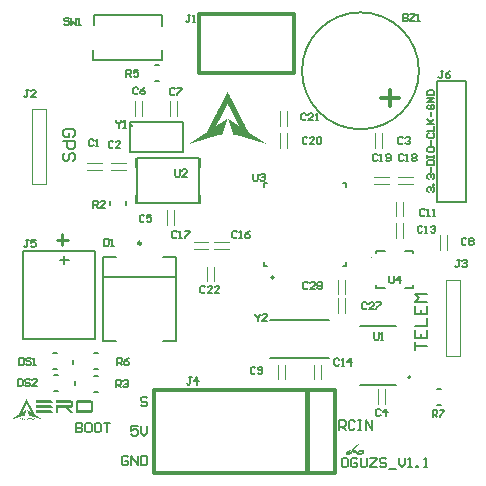
<source format=gto>
G04*
G04 #@! TF.GenerationSoftware,Altium Limited,Altium Designer,22.10.1 (41)*
G04*
G04 Layer_Color=65535*
%FSLAX25Y25*%
%MOIN*%
G70*
G04*
G04 #@! TF.SameCoordinates,0245A464-56C0-4E7C-B2BA-3340792428E8*
G04*
G04*
G04 #@! TF.FilePolarity,Positive*
G04*
G01*
G75*
%ADD10C,0.00394*%
%ADD11C,0.00787*%
%ADD12C,0.00000*%
%ADD13C,0.00984*%
%ADD14C,0.01181*%
%ADD15C,0.00500*%
%ADD16C,0.01000*%
%ADD17C,0.01575*%
%ADD18C,0.00551*%
G36*
X72670Y128335D02*
X72714D01*
Y128248D01*
X72757D01*
Y128160D01*
X72801D01*
Y128072D01*
X72845D01*
Y127985D01*
X72889D01*
Y127897D01*
X72933D01*
Y127809D01*
X72977D01*
Y127722D01*
X73020D01*
Y127634D01*
X73064D01*
Y127546D01*
X73108D01*
Y127502D01*
X73152D01*
Y127415D01*
X73196D01*
Y127327D01*
X73240D01*
Y127239D01*
X73283D01*
Y127152D01*
X73327D01*
Y127064D01*
X73371D01*
Y126976D01*
X73415D01*
Y126889D01*
X73459D01*
Y126801D01*
X73503D01*
Y126713D01*
X73547D01*
Y126626D01*
X73590D01*
Y126538D01*
X73634D01*
Y126450D01*
X73678D01*
Y126363D01*
X73722D01*
Y126275D01*
X73766D01*
Y126187D01*
X73810D01*
Y126099D01*
X73853D01*
Y126056D01*
X73897D01*
Y125968D01*
X73941D01*
Y125880D01*
X73985D01*
Y125793D01*
X74029D01*
Y125705D01*
X74073D01*
Y125617D01*
X74116D01*
Y125530D01*
X74160D01*
Y125442D01*
X74204D01*
Y125354D01*
X74248D01*
Y125267D01*
X74292D01*
Y125179D01*
X74336D01*
Y125091D01*
X74380D01*
Y125003D01*
X74423D01*
Y124916D01*
X74467D01*
Y124828D01*
X74511D01*
Y124740D01*
X74555D01*
Y124697D01*
X74599D01*
Y124609D01*
X74643D01*
Y124521D01*
X74686D01*
Y124434D01*
X74730D01*
Y124346D01*
X74774D01*
Y124258D01*
X74818D01*
Y124170D01*
X74862D01*
Y124083D01*
X74906D01*
Y123995D01*
X74950D01*
Y123907D01*
X74993D01*
Y123820D01*
X75037D01*
Y123732D01*
X75081D01*
Y123644D01*
X75125D01*
Y123557D01*
X75169D01*
Y123469D01*
X75213D01*
Y123381D01*
X75256D01*
Y123294D01*
X75300D01*
Y123250D01*
X75344D01*
Y123162D01*
X75388D01*
Y123074D01*
X75432D01*
Y122987D01*
X75476D01*
Y122899D01*
X75520D01*
Y122811D01*
X75563D01*
Y122724D01*
X75607D01*
Y122636D01*
X75651D01*
Y122548D01*
X75695D01*
Y122461D01*
X75739D01*
Y122373D01*
X75783D01*
Y122285D01*
X75826D01*
Y122198D01*
X75870D01*
Y122110D01*
X75914D01*
Y122022D01*
X75958D01*
Y121934D01*
X76002D01*
Y121891D01*
X76046D01*
Y121803D01*
X76089D01*
Y121715D01*
X76133D01*
Y121628D01*
X76177D01*
Y121540D01*
X76221D01*
Y121452D01*
X76265D01*
Y121365D01*
X76309D01*
Y121277D01*
X76353D01*
Y121189D01*
X76396D01*
Y121101D01*
X76440D01*
Y121014D01*
X76484D01*
Y120926D01*
X76528D01*
Y120838D01*
X76572D01*
Y120751D01*
X76616D01*
Y120663D01*
X76659D01*
Y120575D01*
X76703D01*
Y120488D01*
X76747D01*
Y120444D01*
X76791D01*
Y120356D01*
X76835D01*
Y120268D01*
X76879D01*
Y120181D01*
X76922D01*
Y120093D01*
X76966D01*
Y120006D01*
X77010D01*
Y119918D01*
X77054D01*
Y119830D01*
X77098D01*
Y119742D01*
X77142D01*
Y119655D01*
X77185D01*
Y119567D01*
X77229D01*
Y119479D01*
X77273D01*
Y119392D01*
X77317D01*
Y119304D01*
X77361D01*
Y119216D01*
X77405D01*
Y119129D01*
X77448D01*
Y119085D01*
X77492D01*
Y118997D01*
X77536D01*
Y118909D01*
X77580D01*
Y118822D01*
X77624D01*
Y118734D01*
X77668D01*
Y118646D01*
X77712D01*
Y118559D01*
X77755D01*
Y118471D01*
X77799D01*
Y118383D01*
X77843D01*
Y118296D01*
X77887D01*
Y118208D01*
X77931D01*
Y118120D01*
X77975D01*
Y118033D01*
X78018D01*
Y117945D01*
X78062D01*
Y117857D01*
X78106D01*
Y117770D01*
X78150D01*
Y117682D01*
X78194D01*
Y117638D01*
X78238D01*
Y117550D01*
X78281D01*
Y117463D01*
X78325D01*
Y117375D01*
X78369D01*
Y117287D01*
X78413D01*
Y117200D01*
X78457D01*
Y117112D01*
X78501D01*
Y117024D01*
X78544D01*
Y116937D01*
X78588D01*
Y116849D01*
X78632D01*
Y116761D01*
X78676D01*
Y116674D01*
X78720D01*
Y116586D01*
X78764D01*
Y116498D01*
X78808D01*
Y116411D01*
X78851D01*
Y116323D01*
X78895D01*
Y116279D01*
X78939D01*
Y116191D01*
X78983D01*
Y116104D01*
X79027D01*
Y116016D01*
X79071D01*
Y115928D01*
X79115D01*
Y115840D01*
X79158D01*
Y115753D01*
X79202D01*
Y115665D01*
X79246D01*
Y115577D01*
X79290D01*
Y115490D01*
X79334D01*
Y115402D01*
X79378D01*
Y115314D01*
X79421D01*
Y115227D01*
X79465D01*
Y115139D01*
X79509D01*
Y115051D01*
X79553D01*
Y115007D01*
X79597D01*
Y114964D01*
X79684D01*
Y114920D01*
X79728D01*
Y114876D01*
X79816D01*
Y114832D01*
X79860D01*
Y114788D01*
X79948D01*
Y114744D01*
X79991D01*
Y114701D01*
X80079D01*
Y114657D01*
X80123D01*
Y114613D01*
X80211D01*
Y114569D01*
X80254D01*
Y114525D01*
X80342D01*
Y114481D01*
X80430D01*
Y114438D01*
X80474D01*
Y114394D01*
X80561D01*
Y114350D01*
X80605D01*
Y114306D01*
X80693D01*
Y114262D01*
X80737D01*
Y114218D01*
X80824D01*
Y114174D01*
X80868D01*
Y114131D01*
X80956D01*
Y114087D01*
X81000D01*
Y114043D01*
X81087D01*
Y113999D01*
X81131D01*
Y113955D01*
X81219D01*
Y113911D01*
X81263D01*
Y113868D01*
X81350D01*
Y113824D01*
X81394D01*
Y113780D01*
X81482D01*
Y113736D01*
X81526D01*
Y113692D01*
X81613D01*
Y113648D01*
X81657D01*
Y113605D01*
X81745D01*
Y113561D01*
X81789D01*
Y113517D01*
X81876D01*
Y113473D01*
X81920D01*
Y113429D01*
X82008D01*
Y113385D01*
X82052D01*
Y113342D01*
X82139D01*
Y113298D01*
X82183D01*
Y113254D01*
X82271D01*
Y113210D01*
X82315D01*
Y113166D01*
X82403D01*
Y113122D01*
X82446D01*
Y113078D01*
X82534D01*
Y113035D01*
X82578D01*
Y112991D01*
X82666D01*
Y112947D01*
X82709D01*
Y112903D01*
X82797D01*
Y112859D01*
X82841D01*
Y112815D01*
X82929D01*
Y112772D01*
X83016D01*
Y112728D01*
X83060D01*
Y112684D01*
X83148D01*
Y112640D01*
X83192D01*
Y112596D01*
X83279D01*
Y112552D01*
X83323D01*
Y112509D01*
X83411D01*
Y112465D01*
X83455D01*
Y112421D01*
X83543D01*
Y112377D01*
X83586D01*
Y112333D01*
X83674D01*
Y112289D01*
X83718D01*
Y112246D01*
X83806D01*
Y112202D01*
X83849D01*
Y112158D01*
X83937D01*
Y112114D01*
X83981D01*
Y112070D01*
X84069D01*
Y112026D01*
X84112D01*
Y111983D01*
X84200D01*
Y111939D01*
X84244D01*
Y111895D01*
X84332D01*
Y111851D01*
X84376D01*
Y111807D01*
X84463D01*
Y111763D01*
X84507D01*
Y111719D01*
X84595D01*
Y111676D01*
X84639D01*
Y111632D01*
X84726D01*
Y111588D01*
X84770D01*
Y111544D01*
X84858D01*
Y111500D01*
X84902D01*
Y111456D01*
X84989D01*
Y111413D01*
X85033D01*
Y111369D01*
X85121D01*
Y111325D01*
X85165D01*
Y111281D01*
X85252D01*
Y111237D01*
X85296D01*
Y111193D01*
X85384D01*
Y111150D01*
X85252D01*
Y111193D01*
X85077D01*
Y111237D01*
X84945D01*
Y111281D01*
X84814D01*
Y111325D01*
X84639D01*
Y111369D01*
X84507D01*
Y111413D01*
X84376D01*
Y111456D01*
X84200D01*
Y111500D01*
X84069D01*
Y111544D01*
X83937D01*
Y111588D01*
X83762D01*
Y111632D01*
X83630D01*
Y111676D01*
X83499D01*
Y111719D01*
X83367D01*
Y111763D01*
X83192D01*
Y111807D01*
X83060D01*
Y111851D01*
X82929D01*
Y111895D01*
X82753D01*
Y111939D01*
X82622D01*
Y111983D01*
X82490D01*
Y112026D01*
X82315D01*
Y112070D01*
X82183D01*
Y112114D01*
X82052D01*
Y112158D01*
X81920D01*
Y112202D01*
X81745D01*
Y112246D01*
X81613D01*
Y112289D01*
X81438D01*
Y112333D01*
X81307D01*
Y112377D01*
X81175D01*
Y112421D01*
X81043D01*
Y112465D01*
X80868D01*
Y112509D01*
X80737D01*
Y112552D01*
X80605D01*
Y112596D01*
X80430D01*
Y112640D01*
X80298D01*
Y112684D01*
X80167D01*
Y112728D01*
X80035D01*
Y112772D01*
X79860D01*
Y112815D01*
X79728D01*
Y112859D01*
X79597D01*
Y112903D01*
X79421D01*
Y112947D01*
X79290D01*
Y112991D01*
X79158D01*
Y113035D01*
X78983D01*
Y113078D01*
X78851D01*
Y113122D01*
X78720D01*
Y113166D01*
X78544D01*
Y113210D01*
X78413D01*
Y113254D01*
X78281D01*
Y113298D01*
X78106D01*
Y113342D01*
X77975D01*
Y113385D01*
X77843D01*
Y113429D01*
X77712D01*
Y113473D01*
X77536D01*
Y113517D01*
X77405D01*
Y113561D01*
X77273D01*
Y113605D01*
X77098D01*
Y113648D01*
X76966D01*
Y113692D01*
X76835D01*
Y113736D01*
X76703D01*
Y113780D01*
X76528D01*
Y113824D01*
X76396D01*
Y113868D01*
X76133D01*
Y113911D01*
X75870D01*
Y113955D01*
X75607D01*
Y113999D01*
X75344D01*
Y114043D01*
X75081D01*
Y114087D01*
X74818D01*
Y114131D01*
X74555D01*
Y114174D01*
X74511D01*
Y114306D01*
X74467D01*
Y114438D01*
X74423D01*
Y114569D01*
X74380D01*
Y114701D01*
X74336D01*
Y114832D01*
X74292D01*
Y114964D01*
X74248D01*
Y115095D01*
X74204D01*
Y115227D01*
X74160D01*
Y115358D01*
X74116D01*
Y115490D01*
X74073D01*
Y115621D01*
X74029D01*
Y115753D01*
X73985D01*
Y115884D01*
X73941D01*
Y116016D01*
X73897D01*
Y116147D01*
X73853D01*
Y116279D01*
X73810D01*
Y116411D01*
X73766D01*
Y116542D01*
X73722D01*
Y116674D01*
X73678D01*
Y116805D01*
X73634D01*
Y116937D01*
X73590D01*
Y117068D01*
X73547D01*
Y117200D01*
X73503D01*
Y117375D01*
X73459D01*
Y117507D01*
X73415D01*
Y117638D01*
X73371D01*
Y117770D01*
X73327D01*
Y117901D01*
X73283D01*
Y118033D01*
X73240D01*
Y118164D01*
X73196D01*
Y118296D01*
X73152D01*
Y118427D01*
X73108D01*
Y118559D01*
X73064D01*
Y118690D01*
X73020D01*
Y118822D01*
X72977D01*
Y118953D01*
X72933D01*
Y119085D01*
X72889D01*
Y119216D01*
X72845D01*
Y119348D01*
X72801D01*
Y119479D01*
X72845D01*
Y119436D01*
X72933D01*
Y119392D01*
X72977D01*
Y119348D01*
X73064D01*
Y119304D01*
X73108D01*
Y119260D01*
X73196D01*
Y119216D01*
X73240D01*
Y119173D01*
X73327D01*
Y119129D01*
X73371D01*
Y119085D01*
X73459D01*
Y119041D01*
X73503D01*
Y118997D01*
X73590D01*
Y118953D01*
X73634D01*
Y118909D01*
X73722D01*
Y118866D01*
X73766D01*
Y118822D01*
X73853D01*
Y118778D01*
X73897D01*
Y118734D01*
X73985D01*
Y118690D01*
X74029D01*
Y118646D01*
X74116D01*
Y118603D01*
X74160D01*
Y118559D01*
X74248D01*
Y118515D01*
X74292D01*
Y118471D01*
X74380D01*
Y118427D01*
X74423D01*
Y118383D01*
X74511D01*
Y118340D01*
X74555D01*
Y118296D01*
X74643D01*
Y118252D01*
X74686D01*
Y118208D01*
X74774D01*
Y118164D01*
X74818D01*
Y118120D01*
X74906D01*
Y118076D01*
X74950D01*
Y118033D01*
X75037D01*
Y117989D01*
X75081D01*
Y117945D01*
X75169D01*
Y117901D01*
X75213D01*
Y117857D01*
X75300D01*
Y117813D01*
X75388D01*
Y117770D01*
X75432D01*
Y117726D01*
X75520D01*
Y117682D01*
X75563D01*
Y117638D01*
X75651D01*
Y117594D01*
X75695D01*
Y117550D01*
X75783D01*
Y117507D01*
X75826D01*
Y117463D01*
X75914D01*
Y117419D01*
X75958D01*
Y117375D01*
X76046D01*
Y117331D01*
X76089D01*
Y117287D01*
X76177D01*
Y117244D01*
X76221D01*
Y117200D01*
X76309D01*
Y117156D01*
X76353D01*
Y117112D01*
X76396D01*
Y117200D01*
X76353D01*
Y117287D01*
X76309D01*
Y117375D01*
X76265D01*
Y117463D01*
X76221D01*
Y117550D01*
X76177D01*
Y117638D01*
X76133D01*
Y117726D01*
X76089D01*
Y117813D01*
X76046D01*
Y117901D01*
X76002D01*
Y117989D01*
X75958D01*
Y118076D01*
X75914D01*
Y118164D01*
X75870D01*
Y118252D01*
X75826D01*
Y118340D01*
X75783D01*
Y118427D01*
X75739D01*
Y118515D01*
X75695D01*
Y118559D01*
X75651D01*
Y118646D01*
X75607D01*
Y118734D01*
X75563D01*
Y118822D01*
X75520D01*
Y118909D01*
X75476D01*
Y118997D01*
X75432D01*
Y119085D01*
X75388D01*
Y119173D01*
X75344D01*
Y119260D01*
X75300D01*
Y119348D01*
X75256D01*
Y119436D01*
X75213D01*
Y119523D01*
X75169D01*
Y119611D01*
X75125D01*
Y119699D01*
X75081D01*
Y119786D01*
X75037D01*
Y119874D01*
X74993D01*
Y119918D01*
X74950D01*
Y120006D01*
X74906D01*
Y120093D01*
X74862D01*
Y120181D01*
X74818D01*
Y120268D01*
X74774D01*
Y120356D01*
X74730D01*
Y120444D01*
X74686D01*
Y120532D01*
X74643D01*
Y120619D01*
X74599D01*
Y120707D01*
X74555D01*
Y120795D01*
X74511D01*
Y120882D01*
X74467D01*
Y120970D01*
X74423D01*
Y121058D01*
X74380D01*
Y121145D01*
X74336D01*
Y121233D01*
X74292D01*
Y121277D01*
X74248D01*
Y121365D01*
X74204D01*
Y121452D01*
X74160D01*
Y121540D01*
X74116D01*
Y121628D01*
X74073D01*
Y121715D01*
X74029D01*
Y121803D01*
X73985D01*
Y121891D01*
X73941D01*
Y121978D01*
X73897D01*
Y122066D01*
X73853D01*
Y122154D01*
X73810D01*
Y122241D01*
X73766D01*
Y122329D01*
X73722D01*
Y122417D01*
X73678D01*
Y122504D01*
X73634D01*
Y122592D01*
X73590D01*
Y122680D01*
X73547D01*
Y122724D01*
X73503D01*
Y122811D01*
X73459D01*
Y122899D01*
X73415D01*
Y122987D01*
X73371D01*
Y123074D01*
X73327D01*
Y123162D01*
X73283D01*
Y123250D01*
X73240D01*
Y123337D01*
X73196D01*
Y123425D01*
X73152D01*
Y123513D01*
X73108D01*
Y123600D01*
X73064D01*
Y123688D01*
X73020D01*
Y123776D01*
X72977D01*
Y123863D01*
X72933D01*
Y123951D01*
X72889D01*
Y124039D01*
X72845D01*
Y124127D01*
X72801D01*
Y124170D01*
X72757D01*
Y124258D01*
X72714D01*
Y124346D01*
X72670D01*
Y124434D01*
X72626D01*
Y124390D01*
X72582D01*
Y124302D01*
X72538D01*
Y124214D01*
X72494D01*
Y124127D01*
X72451D01*
Y124039D01*
X72407D01*
Y123951D01*
X72363D01*
Y123863D01*
X72319D01*
Y123776D01*
X72275D01*
Y123688D01*
X72231D01*
Y123600D01*
X72188D01*
Y123513D01*
X72144D01*
Y123425D01*
X72100D01*
Y123337D01*
X72056D01*
Y123250D01*
X72012D01*
Y123162D01*
X71968D01*
Y123118D01*
X71925D01*
Y123030D01*
X71881D01*
Y122943D01*
X71837D01*
Y122855D01*
X71793D01*
Y122767D01*
X71749D01*
Y122680D01*
X71705D01*
Y122592D01*
X71661D01*
Y122504D01*
X71618D01*
Y122417D01*
X71574D01*
Y122329D01*
X71530D01*
Y122241D01*
X71486D01*
Y122154D01*
X71442D01*
Y122066D01*
X71398D01*
Y121978D01*
X71355D01*
Y121891D01*
X71311D01*
Y121803D01*
X71267D01*
Y121759D01*
X71223D01*
Y121671D01*
X71179D01*
Y121584D01*
X71135D01*
Y121496D01*
X71092D01*
Y121408D01*
X71048D01*
Y121321D01*
X71004D01*
Y121233D01*
X70960D01*
Y121145D01*
X70916D01*
Y121058D01*
X70872D01*
Y120970D01*
X70828D01*
Y120882D01*
X70785D01*
Y120795D01*
X70741D01*
Y120707D01*
X70697D01*
Y120619D01*
X70653D01*
Y120532D01*
X70609D01*
Y120444D01*
X70565D01*
Y120400D01*
X70521D01*
Y120312D01*
X70478D01*
Y120225D01*
X70434D01*
Y120137D01*
X70390D01*
Y120049D01*
X70346D01*
Y119962D01*
X70302D01*
Y119874D01*
X70258D01*
Y119786D01*
X70215D01*
Y119699D01*
X70171D01*
Y119611D01*
X70127D01*
Y119523D01*
X70083D01*
Y119436D01*
X70039D01*
Y119348D01*
X69995D01*
Y119260D01*
X69952D01*
Y119173D01*
X69908D01*
Y119085D01*
X69864D01*
Y118997D01*
X69820D01*
Y118953D01*
X69776D01*
Y118866D01*
X69732D01*
Y118778D01*
X69688D01*
Y118690D01*
X69645D01*
Y118603D01*
X69601D01*
Y118515D01*
X69557D01*
Y118427D01*
X69513D01*
Y118340D01*
X69469D01*
Y118252D01*
X69425D01*
Y118164D01*
X69382D01*
Y118076D01*
X69338D01*
Y117989D01*
X69294D01*
Y117901D01*
X69250D01*
Y117813D01*
X69206D01*
Y117726D01*
X69162D01*
Y117638D01*
X69119D01*
Y117550D01*
X69075D01*
Y117507D01*
X69031D01*
Y117419D01*
X68987D01*
Y117331D01*
X68943D01*
Y117244D01*
X68899D01*
Y117156D01*
X68856D01*
Y117068D01*
X68812D01*
Y117024D01*
X68899D01*
Y117068D01*
X68943D01*
Y117112D01*
X69031D01*
Y117156D01*
X69075D01*
Y117200D01*
X69162D01*
Y117244D01*
X69206D01*
Y117287D01*
X69294D01*
Y117331D01*
X69338D01*
Y117375D01*
X69425D01*
Y117419D01*
X69469D01*
Y117463D01*
X69557D01*
Y117507D01*
X69601D01*
Y117550D01*
X69688D01*
Y117594D01*
X69732D01*
Y117638D01*
X69820D01*
Y117682D01*
X69864D01*
Y117726D01*
X69952D01*
Y117770D01*
X70039D01*
Y117813D01*
X70083D01*
Y117857D01*
X70171D01*
Y117901D01*
X70215D01*
Y117945D01*
X70302D01*
Y117989D01*
X70346D01*
Y118033D01*
X70434D01*
Y118076D01*
X70478D01*
Y118120D01*
X70565D01*
Y118164D01*
X70609D01*
Y118208D01*
X70697D01*
Y118252D01*
X70741D01*
Y118296D01*
X70828D01*
Y118340D01*
X70872D01*
Y118383D01*
X70960D01*
Y118427D01*
X71004D01*
Y118471D01*
X71092D01*
Y118515D01*
X71135D01*
Y118559D01*
X71223D01*
Y118603D01*
X71267D01*
Y118646D01*
X71355D01*
Y118690D01*
X71398D01*
Y118734D01*
X71486D01*
Y118778D01*
X71530D01*
Y118822D01*
X71618D01*
Y118866D01*
X71661D01*
Y118909D01*
X71749D01*
Y118953D01*
X71793D01*
Y118997D01*
X71881D01*
Y119041D01*
X71925D01*
Y119085D01*
X72012D01*
Y119129D01*
X72056D01*
Y119173D01*
X72144D01*
Y119216D01*
X72188D01*
Y119260D01*
X72275D01*
Y119304D01*
X72319D01*
Y119348D01*
X72407D01*
Y119392D01*
X72494D01*
Y119436D01*
X72538D01*
Y119479D01*
X72582D01*
Y119348D01*
X72538D01*
Y119216D01*
X72494D01*
Y119085D01*
X72451D01*
Y118953D01*
X72407D01*
Y118822D01*
X72363D01*
Y118690D01*
X72319D01*
Y118559D01*
X72275D01*
Y118427D01*
X72231D01*
Y118296D01*
X72188D01*
Y118164D01*
X72144D01*
Y118033D01*
X72100D01*
Y117901D01*
X72056D01*
Y117770D01*
X72012D01*
Y117638D01*
X71968D01*
Y117463D01*
X71925D01*
Y117331D01*
X71881D01*
Y117200D01*
X71837D01*
Y117068D01*
X71793D01*
Y116937D01*
X71749D01*
Y116805D01*
X71705D01*
Y116674D01*
X71661D01*
Y116542D01*
X71618D01*
Y116411D01*
X71574D01*
Y116279D01*
X71530D01*
Y116147D01*
X71486D01*
Y116016D01*
X71442D01*
Y115884D01*
X71398D01*
Y115753D01*
X71355D01*
Y115621D01*
X71311D01*
Y115490D01*
X71267D01*
Y115358D01*
X71223D01*
Y115227D01*
X71179D01*
Y115095D01*
X71135D01*
Y114964D01*
X71092D01*
Y114832D01*
X71048D01*
Y114657D01*
X71004D01*
Y114569D01*
X70960D01*
Y114394D01*
X70916D01*
Y114262D01*
X70872D01*
Y114174D01*
X70828D01*
Y114131D01*
X70565D01*
Y114087D01*
X70302D01*
Y114043D01*
X70039D01*
Y113999D01*
X69776D01*
Y113955D01*
X69513D01*
Y113911D01*
X69250D01*
Y113868D01*
X68987D01*
Y113824D01*
X68856D01*
Y113780D01*
X68680D01*
Y113736D01*
X68549D01*
Y113692D01*
X68417D01*
Y113648D01*
X68286D01*
Y113605D01*
X68110D01*
Y113561D01*
X67979D01*
Y113517D01*
X67847D01*
Y113473D01*
X67672D01*
Y113429D01*
X67540D01*
Y113385D01*
X67409D01*
Y113342D01*
X67277D01*
Y113298D01*
X67102D01*
Y113254D01*
X66970D01*
Y113210D01*
X66839D01*
Y113166D01*
X66663D01*
Y113122D01*
X66532D01*
Y113078D01*
X66400D01*
Y113035D01*
X66225D01*
Y112991D01*
X66093D01*
Y112947D01*
X65962D01*
Y112903D01*
X65787D01*
Y112859D01*
X65655D01*
Y112815D01*
X65524D01*
Y112772D01*
X65348D01*
Y112728D01*
X65217D01*
Y112684D01*
X65085D01*
Y112640D01*
X64954D01*
Y112596D01*
X64778D01*
Y112552D01*
X64647D01*
Y112509D01*
X64515D01*
Y112465D01*
X64340D01*
Y112421D01*
X64208D01*
Y112377D01*
X64077D01*
Y112333D01*
X63945D01*
Y112289D01*
X63770D01*
Y112246D01*
X63638D01*
Y112202D01*
X63463D01*
Y112158D01*
X63332D01*
Y112114D01*
X63200D01*
Y112070D01*
X63068D01*
Y112026D01*
X62893D01*
Y111983D01*
X62762D01*
Y111939D01*
X62630D01*
Y111895D01*
X62455D01*
Y111851D01*
X62323D01*
Y111807D01*
X62192D01*
Y111763D01*
X62060D01*
Y111719D01*
X61885D01*
Y111676D01*
X61753D01*
Y111632D01*
X61622D01*
Y111588D01*
X61446D01*
Y111544D01*
X61315D01*
Y111500D01*
X61183D01*
Y111456D01*
X61008D01*
Y111413D01*
X60876D01*
Y111369D01*
X60745D01*
Y111325D01*
X60570D01*
Y111281D01*
X60438D01*
Y111237D01*
X60306D01*
Y111193D01*
X60131D01*
Y111150D01*
X60000D01*
Y111193D01*
X60087D01*
Y111237D01*
X60131D01*
Y111281D01*
X60219D01*
Y111325D01*
X60263D01*
Y111369D01*
X60350D01*
Y111413D01*
X60394D01*
Y111456D01*
X60482D01*
Y111500D01*
X60526D01*
Y111544D01*
X60613D01*
Y111588D01*
X60657D01*
Y111632D01*
X60745D01*
Y111676D01*
X60789D01*
Y111719D01*
X60876D01*
Y111763D01*
X60920D01*
Y111807D01*
X61008D01*
Y111851D01*
X61052D01*
Y111895D01*
X61139D01*
Y111939D01*
X61183D01*
Y111983D01*
X61271D01*
Y112026D01*
X61315D01*
Y112070D01*
X61402D01*
Y112114D01*
X61446D01*
Y112158D01*
X61534D01*
Y112202D01*
X61578D01*
Y112246D01*
X61665D01*
Y112289D01*
X61709D01*
Y112333D01*
X61797D01*
Y112377D01*
X61841D01*
Y112421D01*
X61929D01*
Y112465D01*
X61972D01*
Y112509D01*
X62060D01*
Y112552D01*
X62104D01*
Y112596D01*
X62192D01*
Y112640D01*
X62235D01*
Y112684D01*
X62323D01*
Y112728D01*
X62367D01*
Y112772D01*
X62455D01*
Y112815D01*
X62542D01*
Y112859D01*
X62586D01*
Y112903D01*
X62674D01*
Y112947D01*
X62718D01*
Y112991D01*
X62805D01*
Y113035D01*
X62849D01*
Y113078D01*
X62937D01*
Y113122D01*
X62981D01*
Y113166D01*
X63068D01*
Y113210D01*
X63112D01*
Y113254D01*
X63200D01*
Y113298D01*
X63244D01*
Y113342D01*
X63332D01*
Y113385D01*
X63375D01*
Y113429D01*
X63463D01*
Y113473D01*
X63507D01*
Y113517D01*
X63595D01*
Y113561D01*
X63638D01*
Y113605D01*
X63726D01*
Y113648D01*
X63770D01*
Y113692D01*
X63858D01*
Y113736D01*
X63901D01*
Y113780D01*
X63989D01*
Y113824D01*
X64033D01*
Y113868D01*
X64121D01*
Y113911D01*
X64165D01*
Y113955D01*
X64252D01*
Y113999D01*
X64296D01*
Y114043D01*
X64384D01*
Y114087D01*
X64428D01*
Y114131D01*
X64515D01*
Y114174D01*
X64559D01*
Y114218D01*
X64647D01*
Y114262D01*
X64691D01*
Y114306D01*
X64778D01*
Y114350D01*
X64822D01*
Y114394D01*
X64910D01*
Y114438D01*
X64998D01*
Y114481D01*
X65041D01*
Y114525D01*
X65129D01*
Y114569D01*
X65173D01*
Y114613D01*
X65260D01*
Y114657D01*
X65304D01*
Y114701D01*
X65392D01*
Y114744D01*
X65436D01*
Y114788D01*
X65524D01*
Y114832D01*
X65567D01*
Y114876D01*
X65655D01*
Y114920D01*
X65699D01*
Y115007D01*
X65743D01*
Y115095D01*
X65787D01*
Y115183D01*
X65830D01*
Y115271D01*
X65874D01*
Y115358D01*
X65918D01*
Y115402D01*
X65962D01*
Y115490D01*
X66006D01*
Y115577D01*
X66050D01*
Y115665D01*
X66093D01*
Y115753D01*
X66137D01*
Y115840D01*
X66181D01*
Y115928D01*
X66225D01*
Y116016D01*
X66269D01*
Y116104D01*
X66313D01*
Y116191D01*
X66357D01*
Y116279D01*
X66400D01*
Y116367D01*
X66444D01*
Y116454D01*
X66488D01*
Y116542D01*
X66532D01*
Y116630D01*
X66576D01*
Y116717D01*
X66620D01*
Y116805D01*
X66663D01*
Y116849D01*
X66707D01*
Y116937D01*
X66751D01*
Y117024D01*
X66795D01*
Y117112D01*
X66839D01*
Y117200D01*
X66883D01*
Y117287D01*
X66926D01*
Y117375D01*
X66970D01*
Y117463D01*
X67014D01*
Y117550D01*
X67058D01*
Y117638D01*
X67102D01*
Y117726D01*
X67146D01*
Y117813D01*
X67190D01*
Y117901D01*
X67233D01*
Y117989D01*
X67277D01*
Y118076D01*
X67321D01*
Y118164D01*
X67365D01*
Y118208D01*
X67409D01*
Y118296D01*
X67453D01*
Y118383D01*
X67497D01*
Y118471D01*
X67540D01*
Y118559D01*
X67584D01*
Y118646D01*
X67628D01*
Y118734D01*
X67672D01*
Y118822D01*
X67716D01*
Y118909D01*
X67760D01*
Y118997D01*
X67803D01*
Y119085D01*
X67847D01*
Y119173D01*
X67891D01*
Y119260D01*
X67935D01*
Y119348D01*
X67979D01*
Y119436D01*
X68023D01*
Y119523D01*
X68066D01*
Y119567D01*
X68110D01*
Y119655D01*
X68154D01*
Y119742D01*
X68198D01*
Y119830D01*
X68242D01*
Y119918D01*
X68286D01*
Y120006D01*
X68329D01*
Y120093D01*
X68373D01*
Y120181D01*
X68417D01*
Y120268D01*
X68461D01*
Y120356D01*
X68505D01*
Y120444D01*
X68549D01*
Y120532D01*
X68593D01*
Y120619D01*
X68636D01*
Y120707D01*
X68680D01*
Y120795D01*
X68724D01*
Y120882D01*
X68768D01*
Y120926D01*
X68812D01*
Y121014D01*
X68856D01*
Y121101D01*
X68899D01*
Y121189D01*
X68943D01*
Y121277D01*
X68987D01*
Y121365D01*
X69031D01*
Y121452D01*
X69075D01*
Y121540D01*
X69119D01*
Y121628D01*
X69162D01*
Y121715D01*
X69206D01*
Y121803D01*
X69250D01*
Y121891D01*
X69294D01*
Y121978D01*
X69338D01*
Y122066D01*
X69382D01*
Y122154D01*
X69425D01*
Y122241D01*
X69469D01*
Y122329D01*
X69513D01*
Y122373D01*
X69557D01*
Y122461D01*
X69601D01*
Y122548D01*
X69645D01*
Y122636D01*
X69688D01*
Y122724D01*
X69732D01*
Y122811D01*
X69776D01*
Y122899D01*
X69820D01*
Y122987D01*
X69864D01*
Y123074D01*
X69908D01*
Y123162D01*
X69952D01*
Y123250D01*
X69995D01*
Y123337D01*
X70039D01*
Y123425D01*
X70083D01*
Y123513D01*
X70127D01*
Y123600D01*
X70171D01*
Y123688D01*
X70215D01*
Y123732D01*
X70258D01*
Y123820D01*
X70302D01*
Y123907D01*
X70346D01*
Y123995D01*
X70390D01*
Y124083D01*
X70434D01*
Y124170D01*
X70478D01*
Y124258D01*
X70521D01*
Y124346D01*
X70565D01*
Y124434D01*
X70609D01*
Y124521D01*
X70653D01*
Y124609D01*
X70697D01*
Y124697D01*
X70741D01*
Y124784D01*
X70785D01*
Y124872D01*
X70828D01*
Y124960D01*
X70872D01*
Y125047D01*
X70916D01*
Y125135D01*
X70960D01*
Y125179D01*
X71004D01*
Y125267D01*
X71048D01*
Y125354D01*
X71092D01*
Y125442D01*
X71135D01*
Y125530D01*
X71179D01*
Y125617D01*
X71223D01*
Y125705D01*
X71267D01*
Y125793D01*
X71311D01*
Y125880D01*
X71355D01*
Y125968D01*
X71398D01*
Y126056D01*
X71442D01*
Y126143D01*
X71486D01*
Y126231D01*
X71530D01*
Y126319D01*
X71574D01*
Y126406D01*
X71618D01*
Y126494D01*
X71661D01*
Y126538D01*
X71705D01*
Y126626D01*
X71749D01*
Y126713D01*
X71793D01*
Y126801D01*
X71837D01*
Y126889D01*
X71881D01*
Y126976D01*
X71925D01*
Y127064D01*
X71968D01*
Y127152D01*
X72012D01*
Y127239D01*
X72056D01*
Y127327D01*
X72100D01*
Y127415D01*
X72144D01*
Y127502D01*
X72188D01*
Y127590D01*
X72231D01*
Y127678D01*
X72275D01*
Y127765D01*
X72319D01*
Y127853D01*
X72363D01*
Y127941D01*
X72407D01*
Y127985D01*
X72451D01*
Y128072D01*
X72494D01*
Y128160D01*
X72538D01*
Y128248D01*
X72582D01*
Y128335D01*
X72626D01*
Y128379D01*
X72670D01*
Y128335D01*
D02*
G37*
G36*
X100130Y99415D02*
X100100D01*
Y99445D01*
X100130D01*
Y99415D01*
D02*
G37*
G36*
X113924Y74900D02*
X113894D01*
Y74930D01*
X113924D01*
Y74900D01*
D02*
G37*
G36*
X113532Y74086D02*
X113472D01*
Y74117D01*
X113532D01*
Y74086D01*
D02*
G37*
G36*
X61398Y44220D02*
X61404Y44217D01*
X61412Y44212D01*
X61415Y44206D01*
X61421Y44191D01*
X61424Y44179D01*
X61421Y44170D01*
Y44167D01*
X61418Y44155D01*
X61401Y44138D01*
X61386Y44132D01*
X61359Y44135D01*
X61337Y44152D01*
X61331Y44167D01*
X61334Y44200D01*
X61353Y44220D01*
X61370Y44224D01*
X61383Y44226D01*
X61398Y44220D01*
D02*
G37*
G36*
X63602Y44214D02*
X63608Y44208D01*
X63614Y44205D01*
X63618Y44200D01*
X63627Y44179D01*
X63624Y44155D01*
X63609Y44134D01*
X63583Y44123D01*
X63568Y44126D01*
X63547Y44138D01*
X63534Y44158D01*
X63531Y44176D01*
X63534Y44185D01*
X63535Y44186D01*
X63547Y44205D01*
X63565Y44217D01*
X63602Y44214D01*
D02*
G37*
G36*
X63574Y42167D02*
X63577D01*
X63597Y42156D01*
X63600Y42151D01*
X63609Y42129D01*
X63606Y42102D01*
X63592Y42086D01*
X63586Y42080D01*
X63574Y42077D01*
X63556Y42074D01*
X63547Y42077D01*
X63535Y42080D01*
X63531Y42084D01*
X63528Y42090D01*
X63516Y42102D01*
X63514Y42125D01*
X63517Y42140D01*
X63525Y42151D01*
X63535Y42164D01*
X63552Y42169D01*
X63571Y42170D01*
X63574Y42167D01*
D02*
G37*
G36*
X61401Y42161D02*
X61418Y42147D01*
X61430Y42129D01*
X61427Y42093D01*
X61421Y42087D01*
X61418Y42081D01*
X61413Y42077D01*
X61407Y42074D01*
X61392Y42068D01*
X61365Y42071D01*
X61349Y42084D01*
X61337Y42111D01*
X61340Y42129D01*
X61343Y42135D01*
X61344Y42137D01*
X61359Y42155D01*
X61380Y42164D01*
X61401Y42161D01*
D02*
G37*
G36*
X13640Y25545D02*
X13665D01*
Y25532D01*
X13678D01*
Y25519D01*
X13690D01*
Y25507D01*
X13703D01*
Y25494D01*
X13715D01*
Y25482D01*
X13728D01*
Y25469D01*
X13740D01*
Y25457D01*
X13753D01*
Y25444D01*
X13765D01*
Y25432D01*
X13778D01*
Y25419D01*
X13791D01*
Y25407D01*
X13803D01*
Y25394D01*
X13816D01*
Y25381D01*
X13828D01*
Y25369D01*
X13841D01*
Y25356D01*
X13853D01*
Y25344D01*
X13866D01*
Y25331D01*
X13878D01*
Y25319D01*
X13891D01*
Y25306D01*
X13903D01*
Y25294D01*
X13916D01*
Y25281D01*
X13928D01*
Y25269D01*
X13941D01*
Y25256D01*
X13954D01*
Y25243D01*
X13966D01*
Y25231D01*
X13979D01*
Y25218D01*
X13991D01*
Y25206D01*
X14004D01*
Y25193D01*
X14016D01*
Y25181D01*
X14029D01*
Y25168D01*
X14041D01*
Y25156D01*
X14054D01*
Y25143D01*
X14066D01*
Y25131D01*
X14079D01*
Y25118D01*
X14092D01*
Y25106D01*
X14104D01*
Y25093D01*
X14117D01*
Y25080D01*
X14129D01*
Y25068D01*
X14142D01*
Y25055D01*
X14154D01*
Y25043D01*
X14167D01*
Y25030D01*
X14179D01*
Y25018D01*
X14192D01*
Y25005D01*
X14204D01*
Y24993D01*
X14217D01*
Y24980D01*
X14230D01*
Y24968D01*
X14242D01*
Y24955D01*
X14255D01*
Y24942D01*
X14267D01*
Y24930D01*
X14280D01*
Y24917D01*
X14292D01*
Y24905D01*
X14305D01*
Y24892D01*
X14317D01*
Y24880D01*
X14330D01*
Y24867D01*
X14342D01*
Y24855D01*
X14355D01*
Y24842D01*
X14367D01*
Y24829D01*
X14380D01*
Y24817D01*
X14393D01*
Y24804D01*
X14405D01*
Y24792D01*
X14418D01*
Y24779D01*
X14430D01*
Y24767D01*
X14443D01*
Y24754D01*
X14455D01*
Y24729D01*
X8635D01*
Y24742D01*
X8623D01*
Y25545D01*
X8635D01*
Y25557D01*
X13640D01*
Y25545D01*
D02*
G37*
G36*
X20476D02*
X20564D01*
Y25532D01*
X20627D01*
Y25519D01*
X20677D01*
Y25507D01*
X20715D01*
Y25494D01*
X20740D01*
Y25482D01*
X20777D01*
Y25469D01*
X20790D01*
Y25457D01*
X20827D01*
Y25444D01*
X20840D01*
Y25432D01*
X20865D01*
Y25419D01*
X20877D01*
Y25407D01*
X20890D01*
Y25394D01*
X20915D01*
Y25381D01*
X20928D01*
Y25369D01*
X20940D01*
Y25356D01*
X20953D01*
Y25344D01*
X20965D01*
Y25331D01*
X20978D01*
Y25319D01*
X20990D01*
Y25294D01*
X21003D01*
Y25281D01*
X21015D01*
Y25269D01*
X21028D01*
Y25243D01*
X21041D01*
Y25231D01*
X21053D01*
Y25206D01*
X21066D01*
Y25181D01*
X21078D01*
Y25156D01*
X21091D01*
Y25131D01*
X21103D01*
Y25093D01*
X21116D01*
Y25055D01*
X21128D01*
Y25005D01*
X21141D01*
Y24930D01*
X21154D01*
Y24842D01*
X21166D01*
Y23776D01*
X21154D01*
Y23675D01*
X21141D01*
Y23600D01*
X21128D01*
Y23563D01*
X21116D01*
Y23512D01*
X21103D01*
Y23487D01*
X21091D01*
Y23462D01*
X21078D01*
Y23425D01*
X21066D01*
Y23412D01*
X21053D01*
Y23387D01*
X21041D01*
Y23362D01*
X21028D01*
Y23349D01*
X21015D01*
Y23324D01*
X21003D01*
Y23312D01*
X20990D01*
Y23299D01*
X20978D01*
Y23287D01*
X20965D01*
Y23262D01*
X20953D01*
Y23249D01*
X20940D01*
Y23236D01*
X20915D01*
Y23224D01*
X20903D01*
Y23211D01*
X20890D01*
Y23199D01*
X20865D01*
Y23186D01*
X20852D01*
Y23174D01*
X20827D01*
Y23161D01*
X20815D01*
Y23149D01*
X20790D01*
Y23136D01*
X20752D01*
Y23124D01*
X20727D01*
Y23111D01*
X20689D01*
Y23099D01*
X20639D01*
Y23086D01*
X20589D01*
Y23073D01*
X20514D01*
Y23061D01*
X20413D01*
Y23048D01*
X19560D01*
Y23061D01*
X19535D01*
Y23048D01*
X19510D01*
Y23023D01*
X19523D01*
Y23011D01*
X19535D01*
Y22998D01*
X19548D01*
Y22986D01*
X19560D01*
Y22973D01*
X19573D01*
Y22961D01*
X19586D01*
Y22948D01*
X19598D01*
Y22935D01*
X19611D01*
Y22923D01*
X19636D01*
Y22898D01*
X19661D01*
Y22885D01*
X19673D01*
Y22873D01*
X19686D01*
Y22860D01*
X19698D01*
Y22848D01*
X19711D01*
Y22835D01*
X19724D01*
Y22810D01*
X19749D01*
Y22785D01*
X19761D01*
Y22772D01*
X19774D01*
Y22760D01*
X19786D01*
Y22747D01*
X19799D01*
Y22735D01*
X19811D01*
Y22722D01*
X19824D01*
Y22710D01*
X19836D01*
Y22697D01*
X19849D01*
Y22685D01*
X19874D01*
Y22659D01*
X19899D01*
Y22647D01*
X19912D01*
Y22634D01*
X19924D01*
Y22622D01*
X19937D01*
Y22609D01*
X19949D01*
Y22597D01*
X19962D01*
Y22584D01*
X19974D01*
Y22572D01*
X19987D01*
Y22559D01*
X19999D01*
Y22534D01*
X20025D01*
Y22509D01*
X20037D01*
Y22496D01*
X20050D01*
Y22484D01*
X20062D01*
Y22471D01*
X20087D01*
Y22446D01*
X20112D01*
Y22434D01*
X20125D01*
Y22421D01*
X20137D01*
Y22409D01*
X20150D01*
Y22396D01*
X20163D01*
Y22384D01*
X20175D01*
Y22371D01*
X20188D01*
Y22358D01*
X20200D01*
Y22346D01*
X20213D01*
Y22333D01*
X20225D01*
Y22321D01*
X20238D01*
Y22308D01*
X20250D01*
Y22296D01*
X20263D01*
Y22283D01*
X20276D01*
Y22258D01*
X20301D01*
Y22233D01*
X20326D01*
Y22220D01*
X20338D01*
Y22208D01*
X20351D01*
Y22195D01*
X20363D01*
Y22183D01*
X20376D01*
Y22170D01*
X20388D01*
Y22158D01*
X20401D01*
Y22145D01*
X20413D01*
Y22133D01*
X20426D01*
Y22120D01*
X20438D01*
Y22108D01*
X20451D01*
Y22095D01*
X20464D01*
Y22083D01*
X20476D01*
Y22070D01*
X20489D01*
Y22057D01*
X20501D01*
Y22045D01*
X20514D01*
Y22032D01*
X20526D01*
Y22020D01*
X20539D01*
Y22007D01*
X20551D01*
Y21995D01*
X20564D01*
Y21982D01*
X20576D01*
Y21970D01*
X20589D01*
Y21957D01*
X20602D01*
Y21945D01*
X20614D01*
Y21932D01*
X20627D01*
Y21919D01*
X20639D01*
Y21907D01*
X20652D01*
Y21894D01*
X20664D01*
Y21882D01*
X20677D01*
Y21869D01*
X20689D01*
Y21857D01*
X20702D01*
Y21844D01*
X20715D01*
Y21832D01*
X20727D01*
Y21819D01*
X20740D01*
Y21806D01*
X20752D01*
Y21794D01*
X20765D01*
Y21781D01*
X20777D01*
Y21769D01*
X20790D01*
Y21756D01*
X20802D01*
Y21744D01*
X20815D01*
Y21731D01*
X20827D01*
Y21719D01*
X20840D01*
Y21706D01*
X20852D01*
Y21694D01*
X20865D01*
Y21681D01*
X20877D01*
Y21669D01*
X20890D01*
Y21656D01*
X20903D01*
Y21644D01*
X20915D01*
Y21631D01*
X20928D01*
Y21618D01*
X20940D01*
Y21606D01*
X20953D01*
Y21593D01*
X20965D01*
Y21581D01*
X20978D01*
Y21568D01*
X20990D01*
Y21556D01*
X21003D01*
Y21543D01*
X21015D01*
Y21531D01*
X21028D01*
Y21518D01*
X21041D01*
Y21506D01*
X21053D01*
Y21493D01*
X21066D01*
Y21480D01*
X21078D01*
Y21468D01*
X21091D01*
Y21455D01*
X21103D01*
Y21443D01*
X21116D01*
Y21430D01*
X21128D01*
Y21418D01*
X21141D01*
Y21393D01*
X20100D01*
Y21405D01*
X20087D01*
Y21418D01*
X20075D01*
Y21430D01*
X20062D01*
Y21443D01*
X20050D01*
Y21455D01*
X20037D01*
Y21468D01*
X20025D01*
Y21480D01*
X20012D01*
Y21493D01*
X19999D01*
Y21506D01*
X19987D01*
Y21518D01*
X19974D01*
Y21531D01*
X19962D01*
Y21543D01*
X19949D01*
Y21556D01*
X19937D01*
Y21568D01*
X19924D01*
Y21581D01*
X19912D01*
Y21593D01*
X19899D01*
Y21606D01*
X19887D01*
Y21618D01*
X19874D01*
Y21631D01*
X19861D01*
Y21644D01*
X19849D01*
Y21656D01*
X19836D01*
Y21669D01*
X19824D01*
Y21681D01*
X19811D01*
Y21694D01*
X19799D01*
Y21706D01*
X19786D01*
Y21719D01*
X19774D01*
Y21731D01*
X19761D01*
Y21744D01*
X19749D01*
Y21756D01*
X19736D01*
Y21769D01*
X19724D01*
Y21781D01*
X19711D01*
Y21794D01*
X19698D01*
Y21806D01*
X19686D01*
Y21819D01*
X19673D01*
Y21832D01*
X19661D01*
Y21844D01*
X19648D01*
Y21857D01*
X19636D01*
Y21869D01*
X19623D01*
Y21882D01*
X19611D01*
Y21894D01*
X19598D01*
Y21907D01*
X19586D01*
Y21919D01*
X19573D01*
Y21932D01*
X19560D01*
Y21945D01*
X19548D01*
Y21957D01*
X19535D01*
Y21970D01*
X19523D01*
Y21982D01*
X19510D01*
Y21995D01*
X19498D01*
Y22007D01*
X19485D01*
Y22020D01*
X19473D01*
Y22032D01*
X19460D01*
Y22045D01*
X19448D01*
Y22057D01*
X19435D01*
Y22070D01*
X19422D01*
Y22083D01*
X19410D01*
Y22095D01*
X19397D01*
Y22108D01*
X19385D01*
Y22120D01*
X19372D01*
Y22133D01*
X19360D01*
Y22145D01*
X19347D01*
Y22158D01*
X19335D01*
Y22170D01*
X19322D01*
Y22183D01*
X19310D01*
Y22195D01*
X19297D01*
Y22208D01*
X19285D01*
Y22220D01*
X19272D01*
Y22233D01*
X19259D01*
Y22246D01*
X19247D01*
Y22258D01*
X19234D01*
Y22271D01*
X19222D01*
Y22283D01*
X19209D01*
Y22296D01*
X19197D01*
Y22308D01*
X19184D01*
Y22321D01*
X19172D01*
Y22333D01*
X19159D01*
Y22346D01*
X19147D01*
Y22358D01*
X19134D01*
Y22371D01*
X19121D01*
Y22384D01*
X19109D01*
Y22396D01*
X19096D01*
Y22409D01*
X19084D01*
Y22421D01*
X19071D01*
Y22434D01*
X19059D01*
Y22446D01*
X19046D01*
Y22459D01*
X19034D01*
Y22471D01*
X19021D01*
Y22484D01*
X19009D01*
Y22496D01*
X18996D01*
Y22509D01*
X18983D01*
Y22522D01*
X18971D01*
Y22534D01*
X18958D01*
Y22547D01*
X18946D01*
Y22559D01*
X18933D01*
Y22572D01*
X18921D01*
Y22584D01*
X18908D01*
Y22597D01*
X18896D01*
Y22609D01*
X18883D01*
Y22622D01*
X18871D01*
Y22634D01*
X18858D01*
Y22647D01*
X18846D01*
Y22659D01*
X18833D01*
Y22672D01*
X18820D01*
Y22685D01*
X18808D01*
Y22697D01*
X18795D01*
Y22710D01*
X18783D01*
Y22722D01*
X18770D01*
Y22735D01*
X18758D01*
Y22747D01*
X18745D01*
Y22760D01*
X18733D01*
Y22772D01*
X18720D01*
Y22785D01*
X18708D01*
Y22797D01*
X18695D01*
Y22810D01*
X18682D01*
Y22823D01*
X18670D01*
Y22835D01*
X18657D01*
Y22848D01*
X18645D01*
Y22860D01*
X18632D01*
Y22873D01*
X18620D01*
Y22885D01*
X18607D01*
Y22898D01*
X18595D01*
Y22910D01*
X18582D01*
Y22923D01*
X18570D01*
Y22935D01*
X18557D01*
Y22948D01*
X18544D01*
Y22961D01*
X18532D01*
Y22973D01*
X18519D01*
Y22986D01*
X18507D01*
Y22998D01*
X18494D01*
Y23011D01*
X18482D01*
Y23023D01*
X18469D01*
Y23036D01*
X18457D01*
Y23048D01*
X18406D01*
Y23061D01*
X18394D01*
Y23048D01*
X16211D01*
Y23061D01*
X16174D01*
Y23048D01*
X16149D01*
Y21405D01*
X16136D01*
Y21393D01*
X15308D01*
Y23876D01*
X15321D01*
Y23889D01*
X20313D01*
Y23901D01*
X20326D01*
Y24717D01*
X20313D01*
Y24729D01*
X15308D01*
Y25545D01*
X15321D01*
Y25557D01*
X20476D01*
Y25545D01*
D02*
G37*
G36*
X13640Y23876D02*
X13665D01*
Y23864D01*
X13678D01*
Y23851D01*
X13690D01*
Y23839D01*
X13703D01*
Y23826D01*
X13715D01*
Y23813D01*
X13728D01*
Y23801D01*
X13740D01*
Y23788D01*
X13753D01*
Y23776D01*
X13765D01*
Y23763D01*
X13778D01*
Y23751D01*
X13791D01*
Y23738D01*
X13803D01*
Y23726D01*
X13816D01*
Y23713D01*
X13828D01*
Y23701D01*
X13841D01*
Y23688D01*
X13853D01*
Y23675D01*
X13866D01*
Y23663D01*
X13878D01*
Y23650D01*
X13891D01*
Y23638D01*
X13903D01*
Y23625D01*
X13916D01*
Y23613D01*
X13928D01*
Y23600D01*
X13941D01*
Y23588D01*
X13954D01*
Y23575D01*
X13966D01*
Y23563D01*
X13979D01*
Y23550D01*
X13991D01*
Y23538D01*
X14004D01*
Y23525D01*
X14016D01*
Y23512D01*
X14029D01*
Y23500D01*
X14041D01*
Y23487D01*
X14054D01*
Y23475D01*
X14066D01*
Y23462D01*
X14079D01*
Y23450D01*
X14092D01*
Y23437D01*
X14104D01*
Y23425D01*
X14117D01*
Y23412D01*
X14129D01*
Y23400D01*
X14142D01*
Y23387D01*
X14154D01*
Y23374D01*
X14167D01*
Y23362D01*
X14179D01*
Y23349D01*
X14192D01*
Y23337D01*
X14204D01*
Y23324D01*
X14217D01*
Y23312D01*
X14230D01*
Y23299D01*
X14242D01*
Y23287D01*
X14255D01*
Y23274D01*
X14267D01*
Y23262D01*
X14280D01*
Y23249D01*
X14292D01*
Y23236D01*
X14305D01*
Y23224D01*
X14317D01*
Y23211D01*
X14330D01*
Y23199D01*
X14342D01*
Y23186D01*
X14355D01*
Y23174D01*
X14367D01*
Y23161D01*
X14380D01*
Y23149D01*
X14393D01*
Y23136D01*
X14405D01*
Y23124D01*
X14418D01*
Y23111D01*
X14430D01*
Y23099D01*
X14443D01*
Y23086D01*
X14455D01*
Y23061D01*
X14443D01*
Y23048D01*
X8685D01*
Y23061D01*
X8673D01*
Y23048D01*
X8635D01*
Y23061D01*
X8623D01*
Y23876D01*
X8635D01*
Y23889D01*
X13640D01*
Y23876D01*
D02*
G37*
G36*
X5688Y25984D02*
X5700D01*
Y25958D01*
X5713D01*
Y25933D01*
X5725D01*
Y25908D01*
X5738D01*
Y25883D01*
X5750D01*
Y25871D01*
X5763D01*
Y25833D01*
X5775D01*
Y25808D01*
X5788D01*
Y25795D01*
X5800D01*
Y25758D01*
X5813D01*
Y25745D01*
X5825D01*
Y25720D01*
X5838D01*
Y25695D01*
X5850D01*
Y25670D01*
X5863D01*
Y25645D01*
X5876D01*
Y25620D01*
X5888D01*
Y25595D01*
X5901D01*
Y25570D01*
X5913D01*
Y25545D01*
X5926D01*
Y25519D01*
X5938D01*
Y25494D01*
X5951D01*
Y25469D01*
X5963D01*
Y25444D01*
X5976D01*
Y25419D01*
X5988D01*
Y25394D01*
X6001D01*
Y25369D01*
X6014D01*
Y25344D01*
X6026D01*
Y25331D01*
X6039D01*
Y25306D01*
X6051D01*
Y25281D01*
X6064D01*
Y25256D01*
X6076D01*
Y25231D01*
X6089D01*
Y25206D01*
X6101D01*
Y25181D01*
X6114D01*
Y25156D01*
X6126D01*
Y25131D01*
X6139D01*
Y25106D01*
X6152D01*
Y25080D01*
X6164D01*
Y25055D01*
X6177D01*
Y25030D01*
X6189D01*
Y25005D01*
X6202D01*
Y24980D01*
X6214D01*
Y24955D01*
X6227D01*
Y24930D01*
X6239D01*
Y24905D01*
X6252D01*
Y24880D01*
X6265D01*
Y24867D01*
X6277D01*
Y24829D01*
X6289D01*
Y24817D01*
X6302D01*
Y24792D01*
X6315D01*
Y24767D01*
X6327D01*
Y24742D01*
X6340D01*
Y24717D01*
X6352D01*
Y24691D01*
X6365D01*
Y24666D01*
X6377D01*
Y24641D01*
X6390D01*
Y24616D01*
X6402D01*
Y24591D01*
X6415D01*
Y24566D01*
X6427D01*
Y24541D01*
X6440D01*
Y24516D01*
X6453D01*
Y24491D01*
X6465D01*
Y24466D01*
X6478D01*
Y24453D01*
X6490D01*
Y24416D01*
X6503D01*
Y24403D01*
X6515D01*
Y24365D01*
X6528D01*
Y24353D01*
X6540D01*
Y24328D01*
X6553D01*
Y24303D01*
X6566D01*
Y24278D01*
X6578D01*
Y24252D01*
X6591D01*
Y24227D01*
X6603D01*
Y24202D01*
X6616D01*
Y24177D01*
X6628D01*
Y24152D01*
X6641D01*
Y24127D01*
X6653D01*
Y24102D01*
X6666D01*
Y24077D01*
X6678D01*
Y24052D01*
X6691D01*
Y24027D01*
X6703D01*
Y24002D01*
X6716D01*
Y23989D01*
X6729D01*
Y23952D01*
X6741D01*
Y23939D01*
X6754D01*
Y23901D01*
X6766D01*
Y23889D01*
X6779D01*
Y23864D01*
X6791D01*
Y23839D01*
X6804D01*
Y23813D01*
X6816D01*
Y23788D01*
X6829D01*
Y23763D01*
X6842D01*
Y23738D01*
X6854D01*
Y23713D01*
X6866D01*
Y23688D01*
X6879D01*
Y23663D01*
X6892D01*
Y23638D01*
X6904D01*
Y23613D01*
X6917D01*
Y23588D01*
X6929D01*
Y23563D01*
X6942D01*
Y23538D01*
X6954D01*
Y23525D01*
X6967D01*
Y23487D01*
X6979D01*
Y23475D01*
X6992D01*
Y23450D01*
X7005D01*
Y23425D01*
X7017D01*
Y23400D01*
X7030D01*
Y23374D01*
X7042D01*
Y23349D01*
X7055D01*
Y23324D01*
X7067D01*
Y23299D01*
X7080D01*
Y23274D01*
X7092D01*
Y23249D01*
X7105D01*
Y23224D01*
X7117D01*
Y23199D01*
X7130D01*
Y23174D01*
X7142D01*
Y23149D01*
X7155D01*
Y23124D01*
X7168D01*
Y23099D01*
X7180D01*
Y23073D01*
X7193D01*
Y23061D01*
X7205D01*
Y23023D01*
X7218D01*
Y23011D01*
X7230D01*
Y22986D01*
X7243D01*
Y22961D01*
X7255D01*
Y22935D01*
X7268D01*
Y22910D01*
X7281D01*
Y22885D01*
X7293D01*
Y22860D01*
X7306D01*
Y22835D01*
X7318D01*
Y22810D01*
X7331D01*
Y22785D01*
X7343D01*
Y22760D01*
X7356D01*
Y22735D01*
X7368D01*
Y22710D01*
X7381D01*
Y22685D01*
X7393D01*
Y22659D01*
X7406D01*
Y22634D01*
X7418D01*
Y22609D01*
X7431D01*
Y22584D01*
X7444D01*
Y22559D01*
X7456D01*
Y22534D01*
X7469D01*
Y22522D01*
X7481D01*
Y22484D01*
X7494D01*
Y22471D01*
X7506D01*
Y22446D01*
X7519D01*
Y22421D01*
X7531D01*
Y22396D01*
X7544D01*
Y22371D01*
X7556D01*
Y22346D01*
X7569D01*
Y22321D01*
X7581D01*
Y22296D01*
X7594D01*
Y22271D01*
X7607D01*
Y22246D01*
X7619D01*
Y22220D01*
X7632D01*
Y22195D01*
X7644D01*
Y22170D01*
X7657D01*
Y22145D01*
X7669D01*
Y22120D01*
X7682D01*
Y22108D01*
X7694D01*
Y22070D01*
X7707D01*
Y22057D01*
X7720D01*
Y22020D01*
X7732D01*
Y22007D01*
X7745D01*
Y21982D01*
X7757D01*
Y21957D01*
X7770D01*
Y21932D01*
X7782D01*
Y21907D01*
X7795D01*
Y21882D01*
X7807D01*
Y21857D01*
X7820D01*
Y21832D01*
X7832D01*
Y21806D01*
X7845D01*
Y21781D01*
X7858D01*
Y21756D01*
X7870D01*
Y21731D01*
X7883D01*
Y21706D01*
X7895D01*
Y21681D01*
X7908D01*
Y21656D01*
X7920D01*
Y21644D01*
X7933D01*
Y21606D01*
X7945D01*
Y21593D01*
X7958D01*
Y21556D01*
X7970D01*
Y21543D01*
X7983D01*
Y21518D01*
X7995D01*
Y21493D01*
X8008D01*
Y21468D01*
X8021D01*
Y21443D01*
X8033D01*
Y21418D01*
X8046D01*
Y21393D01*
X8058D01*
Y21368D01*
X8071D01*
Y21342D01*
X8083D01*
Y21317D01*
X8096D01*
Y21292D01*
X8108D01*
Y21267D01*
X8121D01*
Y21242D01*
X8133D01*
Y21230D01*
X8146D01*
Y21192D01*
X8158D01*
Y21179D01*
X8171D01*
Y21142D01*
X8184D01*
Y21129D01*
X8196D01*
Y21104D01*
X8209D01*
Y21079D01*
X8221D01*
Y21054D01*
X8234D01*
Y21029D01*
X8246D01*
Y21004D01*
X8259D01*
Y20979D01*
X8271D01*
Y20954D01*
X8284D01*
Y20929D01*
X8297D01*
Y20891D01*
X8309D01*
Y20878D01*
X8322D01*
Y20866D01*
X8334D01*
Y20853D01*
X8347D01*
Y20841D01*
X8359D01*
Y20828D01*
X8384D01*
Y20816D01*
X8409D01*
Y20803D01*
X8422D01*
Y20790D01*
X8447D01*
Y20778D01*
X8460D01*
Y20765D01*
X8485D01*
Y20753D01*
X8497D01*
Y20740D01*
X8522D01*
Y20728D01*
X8547D01*
Y20715D01*
X8560D01*
Y20703D01*
X8585D01*
Y20690D01*
X8597D01*
Y20678D01*
X8623D01*
Y20665D01*
X8635D01*
Y20652D01*
X8648D01*
Y20640D01*
X8673D01*
Y20628D01*
X8685D01*
Y20615D01*
X8710D01*
Y20602D01*
X8736D01*
Y20590D01*
X8748D01*
Y20577D01*
X8773D01*
Y20565D01*
X8786D01*
Y20552D01*
X8811D01*
Y20540D01*
X8823D01*
Y20527D01*
X8848D01*
Y20515D01*
X8861D01*
Y20502D01*
X8886D01*
Y20490D01*
X8911D01*
Y20477D01*
X8924D01*
Y20464D01*
X8936D01*
Y20452D01*
X8961D01*
Y20439D01*
X8974D01*
Y20427D01*
X8999D01*
Y20414D01*
X9012D01*
Y20402D01*
X9037D01*
Y20389D01*
X9049D01*
Y20377D01*
X9074D01*
Y20364D01*
X9087D01*
Y20351D01*
X9112D01*
Y20339D01*
X9137D01*
Y20326D01*
X9149D01*
Y20314D01*
X9162D01*
Y20301D01*
X9187D01*
Y20289D01*
X9200D01*
Y20276D01*
X9225D01*
Y20264D01*
X9250D01*
Y20251D01*
X9262D01*
Y20239D01*
X9287D01*
Y20226D01*
X9300D01*
Y20213D01*
X9325D01*
Y20201D01*
X9338D01*
Y20188D01*
X9363D01*
Y20176D01*
X9375D01*
Y20163D01*
X9400D01*
Y20151D01*
X9413D01*
Y20138D01*
X9438D01*
Y20126D01*
X9463D01*
Y20113D01*
X9476D01*
Y20101D01*
X9488D01*
Y20088D01*
X9513D01*
Y20076D01*
X9526D01*
Y20063D01*
X9551D01*
Y20051D01*
X9563D01*
Y20038D01*
X9589D01*
Y20025D01*
X9614D01*
Y20013D01*
X9626D01*
Y20000D01*
X9651D01*
Y19988D01*
X9664D01*
Y19975D01*
X9689D01*
Y19963D01*
X9701D01*
Y19950D01*
X9726D01*
Y19938D01*
X9739D01*
Y19925D01*
X9764D01*
Y19913D01*
X9777D01*
Y19900D01*
X9802D01*
Y19887D01*
X9814D01*
Y19875D01*
X9839D01*
Y19862D01*
X9852D01*
Y19850D01*
X9877D01*
Y19837D01*
X9889D01*
Y19825D01*
X9915D01*
Y19812D01*
X9927D01*
Y19800D01*
X9952D01*
Y19787D01*
X9965D01*
Y19774D01*
X9990D01*
Y19762D01*
X10015D01*
Y19749D01*
X10028D01*
Y19737D01*
X10053D01*
Y19724D01*
X10065D01*
Y19712D01*
X10090D01*
Y19699D01*
X10103D01*
Y19687D01*
X10128D01*
Y19674D01*
X10140D01*
Y19662D01*
X10165D01*
Y19649D01*
X10178D01*
Y19636D01*
X10191D01*
Y19624D01*
X10216D01*
Y19611D01*
X10241D01*
Y19599D01*
X10253D01*
Y19586D01*
X10278D01*
Y19574D01*
X10291D01*
Y19561D01*
X10316D01*
Y19549D01*
X10328D01*
Y19536D01*
X10354D01*
Y19524D01*
X10379D01*
Y19511D01*
X10391D01*
Y19499D01*
X10416D01*
Y19486D01*
X10429D01*
Y19474D01*
X10454D01*
Y19461D01*
X10467D01*
Y19448D01*
X10479D01*
Y19436D01*
X10504D01*
Y19423D01*
X10517D01*
Y19411D01*
X10542D01*
Y19398D01*
X10554D01*
Y19386D01*
X10579D01*
Y19373D01*
X10605D01*
Y19361D01*
X10617D01*
Y19348D01*
X10642D01*
Y19335D01*
X10655D01*
Y19323D01*
X10680D01*
Y19310D01*
X10705D01*
Y19298D01*
X10717D01*
Y19285D01*
X10742D01*
Y19273D01*
X10755D01*
Y19260D01*
X10780D01*
Y19235D01*
X10755D01*
Y19248D01*
X10730D01*
Y19260D01*
X10692D01*
Y19273D01*
X10642D01*
Y19285D01*
X10617D01*
Y19298D01*
X10567D01*
Y19310D01*
X10542D01*
Y19323D01*
X10479D01*
Y19335D01*
X10454D01*
Y19348D01*
X10404D01*
Y19361D01*
X10366D01*
Y19373D01*
X10316D01*
Y19386D01*
X10278D01*
Y19398D01*
X10228D01*
Y19411D01*
X10191D01*
Y19423D01*
X10140D01*
Y19436D01*
X10115D01*
Y19448D01*
X10053D01*
Y19461D01*
X10028D01*
Y19474D01*
X9977D01*
Y19486D01*
X9940D01*
Y19499D01*
X9915D01*
Y19511D01*
X9852D01*
Y19524D01*
X9839D01*
Y19536D01*
X9777D01*
Y19549D01*
X9752D01*
Y19561D01*
X9701D01*
Y19574D01*
X9664D01*
Y19586D01*
X9626D01*
Y19599D01*
X9576D01*
Y19611D01*
X9538D01*
Y19624D01*
X9488D01*
Y19636D01*
X9438D01*
Y19649D01*
X9413D01*
Y19662D01*
X9350D01*
Y19674D01*
X9325D01*
Y19687D01*
X9262D01*
Y19699D01*
X9237D01*
Y19712D01*
X9200D01*
Y19724D01*
X9149D01*
Y19737D01*
X9124D01*
Y19749D01*
X9074D01*
Y19762D01*
X9049D01*
Y19774D01*
X8986D01*
Y19787D01*
X8961D01*
Y19800D01*
X8911D01*
Y19812D01*
X8873D01*
Y19825D01*
X8836D01*
Y19837D01*
X8786D01*
Y19850D01*
X8748D01*
Y19862D01*
X8710D01*
Y19875D01*
X8660D01*
Y19887D01*
X8623D01*
Y19900D01*
X8573D01*
Y19913D01*
X8535D01*
Y19925D01*
X8485D01*
Y19938D01*
X8447D01*
Y19950D01*
X8422D01*
Y19963D01*
X8372D01*
Y19975D01*
X8347D01*
Y19988D01*
X8284D01*
Y20000D01*
X8259D01*
Y20013D01*
X8209D01*
Y20025D01*
X8171D01*
Y20038D01*
X8133D01*
Y20051D01*
X8083D01*
Y20063D01*
X8058D01*
Y20076D01*
X7995D01*
Y20088D01*
X7958D01*
Y20101D01*
X7920D01*
Y20113D01*
X7870D01*
Y20126D01*
X7832D01*
Y20138D01*
X7782D01*
Y20151D01*
X7757D01*
Y20163D01*
X7707D01*
Y20176D01*
X7669D01*
Y20188D01*
X7632D01*
Y20201D01*
X7581D01*
Y20213D01*
X7556D01*
Y20226D01*
X7506D01*
Y20239D01*
X7469D01*
Y20251D01*
X7431D01*
Y20264D01*
X7381D01*
Y20276D01*
X7356D01*
Y20289D01*
X7293D01*
Y20301D01*
X7268D01*
Y20314D01*
X7218D01*
Y20326D01*
X7155D01*
Y20339D01*
X7067D01*
Y20351D01*
X6967D01*
Y20364D01*
X6892D01*
Y20377D01*
X6816D01*
Y20389D01*
X6716D01*
Y20402D01*
X6653D01*
Y20414D01*
X6553D01*
Y20427D01*
X6490D01*
Y20439D01*
X6440D01*
Y20490D01*
X6427D01*
Y20515D01*
X6415D01*
Y20552D01*
X6402D01*
Y20590D01*
X6390D01*
Y20628D01*
X6377D01*
Y20678D01*
X6365D01*
Y20715D01*
X6352D01*
Y20753D01*
X6340D01*
Y20803D01*
X6327D01*
Y20828D01*
X6315D01*
Y20878D01*
X6302D01*
Y20903D01*
X6289D01*
Y20929D01*
X6277D01*
Y20979D01*
X6265D01*
Y21004D01*
X6252D01*
Y21054D01*
X6239D01*
Y21079D01*
X6227D01*
Y21129D01*
X6214D01*
Y21154D01*
X6202D01*
Y21192D01*
X6189D01*
Y21242D01*
X6177D01*
Y21267D01*
X6164D01*
Y21317D01*
X6152D01*
Y21355D01*
X6139D01*
Y21393D01*
X6126D01*
Y21443D01*
X6114D01*
Y21468D01*
X6101D01*
Y21518D01*
X6089D01*
Y21543D01*
X6076D01*
Y21581D01*
X6064D01*
Y21631D01*
X6051D01*
Y21644D01*
X6039D01*
Y21706D01*
X6026D01*
Y21719D01*
X6014D01*
Y21781D01*
X6001D01*
Y21806D01*
X5988D01*
Y21844D01*
X5976D01*
Y21882D01*
X5963D01*
Y21907D01*
X5951D01*
Y21957D01*
X5938D01*
Y21982D01*
X5926D01*
Y22032D01*
X5913D01*
Y22070D01*
X5901D01*
Y22108D01*
X5888D01*
Y22158D01*
X5876D01*
Y22195D01*
X5863D01*
Y22233D01*
X5850D01*
Y22271D01*
X5838D01*
Y22296D01*
X5825D01*
Y22346D01*
X5813D01*
Y22371D01*
X5800D01*
Y22421D01*
X5788D01*
Y22446D01*
X5775D01*
Y22496D01*
X5763D01*
Y22522D01*
X5750D01*
Y22547D01*
X5775D01*
Y22534D01*
X5800D01*
Y22522D01*
X5813D01*
Y22509D01*
X5825D01*
Y22496D01*
X5850D01*
Y22484D01*
X5863D01*
Y22471D01*
X5888D01*
Y22459D01*
X5901D01*
Y22446D01*
X5926D01*
Y22434D01*
X5938D01*
Y22421D01*
X5963D01*
Y22409D01*
X5976D01*
Y22396D01*
X6001D01*
Y22384D01*
X6026D01*
Y22371D01*
X6039D01*
Y22358D01*
X6064D01*
Y22346D01*
X6076D01*
Y22333D01*
X6101D01*
Y22321D01*
X6114D01*
Y22308D01*
X6126D01*
Y22296D01*
X6152D01*
Y22283D01*
X6164D01*
Y22271D01*
X6189D01*
Y22258D01*
X6214D01*
Y22246D01*
X6227D01*
Y22233D01*
X6252D01*
Y22220D01*
X6265D01*
Y22208D01*
X6289D01*
Y22195D01*
X6302D01*
Y22183D01*
X6327D01*
Y22170D01*
X6340D01*
Y22158D01*
X6365D01*
Y22145D01*
X6390D01*
Y22133D01*
X6402D01*
Y22120D01*
X6427D01*
Y22108D01*
X6440D01*
Y22095D01*
X6453D01*
Y22083D01*
X6478D01*
Y22070D01*
X6490D01*
Y22057D01*
X6515D01*
Y22045D01*
X6540D01*
Y22032D01*
X6553D01*
Y22020D01*
X6578D01*
Y22007D01*
X6591D01*
Y21995D01*
X6616D01*
Y21982D01*
X6628D01*
Y21970D01*
X6653D01*
Y21957D01*
X6666D01*
Y21945D01*
X6691D01*
Y21932D01*
X6703D01*
Y21919D01*
X6729D01*
Y21907D01*
X6741D01*
Y21894D01*
X6766D01*
Y21882D01*
X6791D01*
Y21869D01*
X6804D01*
Y21857D01*
X6816D01*
Y21844D01*
X6842D01*
Y21832D01*
X6854D01*
Y21819D01*
X6879D01*
Y21806D01*
X6892D01*
Y21794D01*
X6917D01*
Y21781D01*
X6942D01*
Y21769D01*
X6954D01*
Y21756D01*
X6967D01*
Y21744D01*
X6992D01*
Y21731D01*
X7017D01*
Y21719D01*
X7030D01*
Y21706D01*
X7042D01*
Y21694D01*
X7067D01*
Y21681D01*
X7092D01*
Y21669D01*
X7105D01*
Y21719D01*
X7092D01*
Y21744D01*
X7080D01*
Y21769D01*
X7067D01*
Y21794D01*
X7055D01*
Y21819D01*
X7042D01*
Y21832D01*
X7030D01*
Y21869D01*
X7017D01*
Y21882D01*
X7005D01*
Y21907D01*
X6992D01*
Y21932D01*
X6979D01*
Y21957D01*
X6967D01*
Y21995D01*
X6954D01*
Y22007D01*
X6942D01*
Y22032D01*
X6929D01*
Y22057D01*
X6917D01*
Y22083D01*
X6904D01*
Y22108D01*
X6892D01*
Y22120D01*
X6879D01*
Y22158D01*
X6866D01*
Y22183D01*
X6854D01*
Y22208D01*
X6842D01*
Y22233D01*
X6829D01*
Y22258D01*
X6816D01*
Y22283D01*
X6804D01*
Y22308D01*
X6791D01*
Y22333D01*
X6779D01*
Y22358D01*
X6766D01*
Y22371D01*
X6754D01*
Y22409D01*
X6741D01*
Y22421D01*
X6729D01*
Y22446D01*
X6716D01*
Y22471D01*
X6703D01*
Y22496D01*
X6691D01*
Y22522D01*
X6678D01*
Y22547D01*
X6666D01*
Y22572D01*
X6653D01*
Y22597D01*
X6641D01*
Y22622D01*
X6628D01*
Y22647D01*
X6616D01*
Y22672D01*
X6603D01*
Y22697D01*
X6591D01*
Y22722D01*
X6578D01*
Y22747D01*
X6566D01*
Y22772D01*
X6553D01*
Y22785D01*
X6540D01*
Y22823D01*
X6528D01*
Y22835D01*
X6515D01*
Y22873D01*
X6503D01*
Y22885D01*
X6490D01*
Y22910D01*
X6478D01*
Y22935D01*
X6465D01*
Y22961D01*
X6453D01*
Y22986D01*
X6440D01*
Y23011D01*
X6427D01*
Y23036D01*
X6415D01*
Y23048D01*
X6402D01*
Y23086D01*
X6390D01*
Y23111D01*
X6377D01*
Y23136D01*
X6365D01*
Y23161D01*
X6352D01*
Y23186D01*
X6340D01*
Y23211D01*
X6327D01*
Y23236D01*
X6315D01*
Y23249D01*
X6302D01*
Y23287D01*
X6289D01*
Y23299D01*
X6277D01*
Y23337D01*
X6265D01*
Y23349D01*
X6252D01*
Y23374D01*
X6239D01*
Y23400D01*
X6227D01*
Y23425D01*
X6214D01*
Y23450D01*
X6202D01*
Y23475D01*
X6189D01*
Y23500D01*
X6177D01*
Y23512D01*
X6164D01*
Y23550D01*
X6152D01*
Y23575D01*
X6139D01*
Y23600D01*
X6126D01*
Y23625D01*
X6114D01*
Y23650D01*
X6101D01*
Y23675D01*
X6089D01*
Y23701D01*
X6076D01*
Y23713D01*
X6064D01*
Y23751D01*
X6051D01*
Y23763D01*
X6039D01*
Y23801D01*
X6026D01*
Y23813D01*
X6014D01*
Y23839D01*
X6001D01*
Y23864D01*
X5988D01*
Y23889D01*
X5976D01*
Y23914D01*
X5963D01*
Y23939D01*
X5951D01*
Y23964D01*
X5938D01*
Y23989D01*
X5926D01*
Y24014D01*
X5913D01*
Y24039D01*
X5901D01*
Y24052D01*
X5888D01*
Y24089D01*
X5876D01*
Y24114D01*
X5863D01*
Y24140D01*
X5850D01*
Y24165D01*
X5838D01*
Y24177D01*
X5825D01*
Y24215D01*
X5813D01*
Y24227D01*
X5800D01*
Y24252D01*
X5788D01*
Y24278D01*
X5775D01*
Y24303D01*
X5763D01*
Y24328D01*
X5750D01*
Y24353D01*
X5738D01*
Y24378D01*
X5725D01*
Y24403D01*
X5713D01*
Y24428D01*
X5700D01*
Y24453D01*
X5688D01*
Y24466D01*
X5662D01*
Y24453D01*
X5650D01*
Y24428D01*
X5637D01*
Y24403D01*
X5625D01*
Y24378D01*
X5612D01*
Y24353D01*
X5600D01*
Y24328D01*
X5587D01*
Y24303D01*
X5575D01*
Y24278D01*
X5562D01*
Y24252D01*
X5550D01*
Y24227D01*
X5537D01*
Y24215D01*
X5524D01*
Y24177D01*
X5512D01*
Y24165D01*
X5499D01*
Y24127D01*
X5487D01*
Y24114D01*
X5474D01*
Y24089D01*
X5462D01*
Y24064D01*
X5449D01*
Y24039D01*
X5437D01*
Y24014D01*
X5424D01*
Y23989D01*
X5412D01*
Y23964D01*
X5399D01*
Y23939D01*
X5386D01*
Y23914D01*
X5374D01*
Y23889D01*
X5361D01*
Y23864D01*
X5349D01*
Y23839D01*
X5336D01*
Y23813D01*
X5324D01*
Y23788D01*
X5311D01*
Y23763D01*
X5299D01*
Y23751D01*
X5286D01*
Y23713D01*
X5274D01*
Y23701D01*
X5261D01*
Y23675D01*
X5249D01*
Y23650D01*
X5236D01*
Y23625D01*
X5223D01*
Y23600D01*
X5211D01*
Y23575D01*
X5198D01*
Y23550D01*
X5186D01*
Y23525D01*
X5173D01*
Y23500D01*
X5161D01*
Y23475D01*
X5148D01*
Y23450D01*
X5136D01*
Y23425D01*
X5123D01*
Y23400D01*
X5111D01*
Y23374D01*
X5098D01*
Y23349D01*
X5085D01*
Y23324D01*
X5073D01*
Y23299D01*
X5060D01*
Y23274D01*
X5048D01*
Y23249D01*
X5035D01*
Y23224D01*
X5023D01*
Y23211D01*
X5010D01*
Y23174D01*
X4998D01*
Y23161D01*
X4985D01*
Y23136D01*
X4972D01*
Y23111D01*
X4960D01*
Y23086D01*
X4947D01*
Y23061D01*
X4935D01*
Y23036D01*
X4922D01*
Y23011D01*
X4910D01*
Y22986D01*
X4897D01*
Y22961D01*
X4885D01*
Y22935D01*
X4872D01*
Y22910D01*
X4860D01*
Y22885D01*
X4847D01*
Y22860D01*
X4834D01*
Y22835D01*
X4822D01*
Y22810D01*
X4809D01*
Y22785D01*
X4797D01*
Y22760D01*
X4784D01*
Y22747D01*
X4772D01*
Y22722D01*
X4759D01*
Y22697D01*
X4747D01*
Y22672D01*
X4734D01*
Y22647D01*
X4722D01*
Y22622D01*
X4709D01*
Y22597D01*
X4696D01*
Y22572D01*
X4684D01*
Y22547D01*
X4671D01*
Y22522D01*
X4659D01*
Y22496D01*
X4646D01*
Y22471D01*
X4634D01*
Y22446D01*
X4621D01*
Y22421D01*
X4609D01*
Y22396D01*
X4596D01*
Y22371D01*
X4584D01*
Y22346D01*
X4571D01*
Y22333D01*
X4559D01*
Y22296D01*
X4546D01*
Y22283D01*
X4533D01*
Y22246D01*
X4521D01*
Y22233D01*
X4508D01*
Y22208D01*
X4496D01*
Y22183D01*
X4483D01*
Y22158D01*
X4471D01*
Y22133D01*
X4458D01*
Y22108D01*
X4446D01*
Y22083D01*
X4433D01*
Y22057D01*
X4421D01*
Y22032D01*
X4408D01*
Y22007D01*
X4395D01*
Y21982D01*
X4383D01*
Y21957D01*
X4370D01*
Y21932D01*
X4358D01*
Y21907D01*
X4345D01*
Y21882D01*
X4333D01*
Y21869D01*
X4320D01*
Y21832D01*
X4308D01*
Y21819D01*
X4295D01*
Y21781D01*
X4283D01*
Y21769D01*
X4270D01*
Y21744D01*
X4258D01*
Y21719D01*
X4245D01*
Y21694D01*
X4232D01*
Y21669D01*
X4220D01*
Y21644D01*
X4207D01*
Y21606D01*
X4232D01*
Y21618D01*
X4245D01*
Y21631D01*
X4270D01*
Y21644D01*
X4283D01*
Y21656D01*
X4308D01*
Y21669D01*
X4320D01*
Y21681D01*
X4345D01*
Y21694D01*
X4370D01*
Y21706D01*
X4383D01*
Y21719D01*
X4408D01*
Y21731D01*
X4421D01*
Y21744D01*
X4446D01*
Y21756D01*
X4458D01*
Y21769D01*
X4471D01*
Y21781D01*
X4496D01*
Y21794D01*
X4521D01*
Y21806D01*
X4533D01*
Y21819D01*
X4559D01*
Y21832D01*
X4571D01*
Y21844D01*
X4596D01*
Y21857D01*
X4609D01*
Y21869D01*
X4634D01*
Y21882D01*
X4646D01*
Y21894D01*
X4671D01*
Y21907D01*
X4684D01*
Y21919D01*
X4709D01*
Y21932D01*
X4734D01*
Y21945D01*
X4747D01*
Y21957D01*
X4772D01*
Y21970D01*
X4784D01*
Y21982D01*
X4797D01*
Y21995D01*
X4822D01*
Y22007D01*
X4847D01*
Y22020D01*
X4860D01*
Y22032D01*
X4885D01*
Y22045D01*
X4897D01*
Y22057D01*
X4922D01*
Y22070D01*
X4935D01*
Y22083D01*
X4960D01*
Y22095D01*
X4972D01*
Y22108D01*
X4998D01*
Y22120D01*
X5010D01*
Y22133D01*
X5035D01*
Y22145D01*
X5048D01*
Y22158D01*
X5073D01*
Y22170D01*
X5098D01*
Y22183D01*
X5111D01*
Y22195D01*
X5123D01*
Y22208D01*
X5148D01*
Y22220D01*
X5161D01*
Y22233D01*
X5186D01*
Y22246D01*
X5198D01*
Y22258D01*
X5223D01*
Y22271D01*
X5249D01*
Y22283D01*
X5261D01*
Y22296D01*
X5286D01*
Y22308D01*
X5299D01*
Y22321D01*
X5324D01*
Y22333D01*
X5336D01*
Y22346D01*
X5349D01*
Y22358D01*
X5374D01*
Y22371D01*
X5386D01*
Y22384D01*
X5412D01*
Y22396D01*
X5437D01*
Y22409D01*
X5449D01*
Y22421D01*
X5474D01*
Y22434D01*
X5487D01*
Y22446D01*
X5512D01*
Y22459D01*
X5524D01*
Y22471D01*
X5550D01*
Y22484D01*
X5575D01*
Y22496D01*
X5587D01*
Y22509D01*
X5612D01*
Y22534D01*
X5650D01*
Y22496D01*
X5637D01*
Y22471D01*
X5625D01*
Y22434D01*
X5612D01*
Y22396D01*
X5600D01*
Y22358D01*
X5587D01*
Y22321D01*
X5575D01*
Y22271D01*
X5562D01*
Y22246D01*
X5550D01*
Y22195D01*
X5537D01*
Y22158D01*
X5524D01*
Y22120D01*
X5512D01*
Y22083D01*
X5499D01*
Y22057D01*
X5487D01*
Y22007D01*
X5474D01*
Y21982D01*
X5462D01*
Y21932D01*
X5449D01*
Y21907D01*
X5437D01*
Y21857D01*
X5424D01*
Y21832D01*
X5412D01*
Y21794D01*
X5399D01*
Y21744D01*
X5386D01*
Y21719D01*
X5374D01*
Y21669D01*
X5361D01*
Y21631D01*
X5349D01*
Y21593D01*
X5336D01*
Y21543D01*
X5324D01*
Y21518D01*
X5311D01*
Y21493D01*
Y21480D01*
X5299D01*
Y21443D01*
X5286D01*
Y21405D01*
X5274D01*
Y21355D01*
X5261D01*
Y21342D01*
X5249D01*
Y21280D01*
X5236D01*
Y21267D01*
X5223D01*
Y21217D01*
X5211D01*
Y21179D01*
X5198D01*
Y21142D01*
X5186D01*
Y21104D01*
X5173D01*
Y21079D01*
X5161D01*
Y21029D01*
X5148D01*
Y20991D01*
X5136D01*
Y20954D01*
X5123D01*
Y20916D01*
X5111D01*
Y20878D01*
X5098D01*
Y20828D01*
X5085D01*
Y20803D01*
X5073D01*
Y20765D01*
X5060D01*
Y20715D01*
X5048D01*
Y20690D01*
X5035D01*
Y20640D01*
X5023D01*
Y20615D01*
X5010D01*
Y20565D01*
X4998D01*
Y20540D01*
X4985D01*
Y20502D01*
X4972D01*
Y20464D01*
X4960D01*
Y20439D01*
X4947D01*
Y20427D01*
X4897D01*
Y20414D01*
X4784D01*
Y20402D01*
X4722D01*
Y20389D01*
X4634D01*
Y20377D01*
X4546D01*
Y20364D01*
X4483D01*
Y20351D01*
X4370D01*
Y20339D01*
X4295D01*
Y20326D01*
X4207D01*
Y20314D01*
X4157D01*
Y20301D01*
X4132D01*
Y20289D01*
X4069D01*
Y20276D01*
X4044D01*
Y20264D01*
X3994D01*
Y20251D01*
X3957D01*
Y20239D01*
X3919D01*
Y20226D01*
X3869D01*
Y20213D01*
X3844D01*
Y20201D01*
X3793D01*
Y20188D01*
X3756D01*
Y20176D01*
X3718D01*
Y20163D01*
X3681D01*
Y20151D01*
X3643D01*
Y20138D01*
X3593D01*
Y20126D01*
X3555D01*
Y20113D01*
X3505D01*
Y20101D01*
X3467D01*
Y20088D01*
X3417D01*
Y20076D01*
X3367D01*
Y20063D01*
X3342D01*
Y20051D01*
X3292D01*
Y20038D01*
X3254D01*
Y20025D01*
X3216D01*
Y20013D01*
X3166D01*
Y20000D01*
X3141D01*
Y19988D01*
X3078D01*
Y19975D01*
X3053D01*
Y19963D01*
X3003D01*
Y19950D01*
X2978D01*
Y19938D01*
X2940D01*
Y19925D01*
X2890D01*
Y19913D01*
X2853D01*
Y19900D01*
X2802D01*
Y19887D01*
X2765D01*
Y19875D01*
X2715D01*
Y19862D01*
X2677D01*
Y19850D01*
X2639D01*
Y19837D01*
X2589D01*
Y19825D01*
X2552D01*
Y19812D01*
X2514D01*
Y19800D01*
X2464D01*
Y19787D01*
X2439D01*
Y19774D01*
X2376D01*
Y19762D01*
X2351D01*
Y19749D01*
X2301D01*
Y19737D01*
X2276D01*
Y19724D01*
X2225D01*
Y19712D01*
X2188D01*
Y19699D01*
X2150D01*
Y19687D01*
X2100D01*
Y19674D01*
X2075D01*
Y19662D01*
X2012D01*
Y19649D01*
X1987D01*
Y19636D01*
X1937D01*
Y19624D01*
X1887D01*
Y19611D01*
X1849D01*
Y19599D01*
X1799D01*
Y19586D01*
X1761D01*
Y19574D01*
X1724D01*
Y19561D01*
X1674D01*
Y19549D01*
X1649D01*
Y19536D01*
X1586D01*
Y19524D01*
X1573D01*
Y19511D01*
X1510D01*
Y19499D01*
X1485D01*
Y19486D01*
X1448D01*
Y19474D01*
X1398D01*
Y19461D01*
X1373D01*
Y19448D01*
X1310D01*
Y19436D01*
X1285D01*
Y19423D01*
X1235D01*
Y19411D01*
X1197D01*
Y19398D01*
X1147D01*
Y19386D01*
X1109D01*
Y19373D01*
X1059D01*
Y19361D01*
X1021D01*
Y19348D01*
X971D01*
Y19335D01*
X946D01*
Y19323D01*
X883D01*
Y19310D01*
X858D01*
Y19298D01*
X808D01*
Y19285D01*
X783D01*
Y19273D01*
X733D01*
Y19260D01*
X695D01*
Y19248D01*
X670D01*
Y19235D01*
X632D01*
Y19260D01*
X658D01*
Y19273D01*
X670D01*
Y19285D01*
X695D01*
Y19298D01*
X720D01*
Y19310D01*
X733D01*
Y19323D01*
X758D01*
Y19335D01*
X771D01*
Y19348D01*
X795D01*
Y19361D01*
X808D01*
Y19373D01*
X833D01*
Y19386D01*
X858D01*
Y19398D01*
X871D01*
Y19411D01*
X896D01*
Y19423D01*
X908D01*
Y19436D01*
X934D01*
Y19448D01*
X946D01*
Y19461D01*
X959D01*
Y19474D01*
X984D01*
Y19486D01*
X996D01*
Y19499D01*
X1021D01*
Y19511D01*
X1034D01*
Y19524D01*
X1059D01*
Y19536D01*
X1084D01*
Y19549D01*
X1097D01*
Y19561D01*
X1122D01*
Y19574D01*
X1134D01*
Y19586D01*
X1159D01*
Y19599D01*
X1172D01*
Y19611D01*
X1197D01*
Y19624D01*
X1222D01*
Y19636D01*
X1235D01*
Y19649D01*
X1260D01*
Y19662D01*
X1272D01*
Y19674D01*
X1297D01*
Y19687D01*
X1310D01*
Y19699D01*
X1322D01*
Y19712D01*
X1347D01*
Y19724D01*
X1360D01*
Y19737D01*
X1385D01*
Y19749D01*
X1398D01*
Y19762D01*
X1423D01*
Y19774D01*
X1448D01*
Y19787D01*
X1460D01*
Y19800D01*
X1485D01*
Y19812D01*
X1498D01*
Y19825D01*
X1523D01*
Y19837D01*
X1536D01*
Y19850D01*
X1561D01*
Y19862D01*
X1586D01*
Y19875D01*
X1598D01*
Y19887D01*
X1623D01*
Y19900D01*
X1636D01*
Y19913D01*
X1649D01*
Y19925D01*
X1674D01*
Y19938D01*
X1686D01*
Y19950D01*
X1711D01*
Y19963D01*
X1724D01*
Y19975D01*
X1749D01*
Y19988D01*
X1761D01*
Y20000D01*
X1787D01*
Y20013D01*
X1812D01*
Y20025D01*
X1824D01*
Y20038D01*
X1849D01*
Y20051D01*
X1862D01*
Y20063D01*
X1887D01*
Y20076D01*
X1899D01*
Y20088D01*
X1924D01*
Y20101D01*
X1949D01*
Y20113D01*
X1962D01*
Y20126D01*
X1987D01*
Y20138D01*
X2000D01*
Y20151D01*
X2012D01*
Y20163D01*
X2037D01*
Y20176D01*
X2050D01*
Y20188D01*
X2075D01*
Y20201D01*
X2087D01*
Y20213D01*
X2113D01*
Y20226D01*
X2125D01*
Y20239D01*
X2150D01*
Y20251D01*
X2163D01*
Y20264D01*
X2188D01*
Y20276D01*
X2213D01*
Y20289D01*
X2225D01*
Y20301D01*
X2251D01*
Y20314D01*
X2263D01*
Y20326D01*
X2288D01*
Y20339D01*
X2301D01*
Y20351D01*
X2326D01*
Y20364D01*
X2338D01*
Y20377D01*
X2363D01*
Y20389D01*
X2376D01*
Y20402D01*
X2401D01*
Y20414D01*
X2414D01*
Y20427D01*
X2439D01*
Y20439D01*
X2451D01*
Y20452D01*
X2476D01*
Y20464D01*
X2489D01*
Y20477D01*
X2514D01*
Y20490D01*
X2539D01*
Y20502D01*
X2552D01*
Y20515D01*
X2577D01*
Y20527D01*
X2589D01*
Y20540D01*
X2602D01*
Y20552D01*
X2627D01*
Y20565D01*
X2639D01*
Y20577D01*
X2664D01*
Y20590D01*
X2690D01*
Y20602D01*
X2702D01*
Y20615D01*
X2727D01*
Y20628D01*
X2740D01*
Y20640D01*
X2765D01*
Y20652D01*
X2777D01*
Y20665D01*
X2802D01*
Y20678D01*
X2815D01*
Y20690D01*
X2828D01*
Y20703D01*
X2853D01*
Y20715D01*
X2878D01*
Y20728D01*
X2903D01*
Y20740D01*
X2915D01*
Y20753D01*
X2928D01*
Y20765D01*
X2953D01*
Y20778D01*
X2966D01*
Y20790D01*
X2991D01*
Y20803D01*
X3003D01*
Y20816D01*
X3016D01*
Y20853D01*
X3028D01*
Y20878D01*
X3041D01*
Y20903D01*
X3053D01*
Y20929D01*
X3066D01*
Y20954D01*
X3078D01*
Y20979D01*
X3091D01*
Y21004D01*
X3104D01*
Y21016D01*
X3116D01*
Y21054D01*
X3129D01*
Y21067D01*
X3141D01*
Y21092D01*
X3154D01*
Y21117D01*
X3166D01*
Y21142D01*
X3179D01*
Y21167D01*
X3191D01*
Y21192D01*
X3204D01*
Y21217D01*
X3216D01*
Y21242D01*
X3229D01*
Y21267D01*
X3241D01*
Y21292D01*
X3254D01*
Y21317D01*
X3267D01*
Y21342D01*
X3279D01*
Y21368D01*
X3292D01*
Y21393D01*
X3304D01*
Y21418D01*
X3317D01*
Y21443D01*
X3329D01*
Y21468D01*
X3342D01*
Y21493D01*
X3354D01*
Y21518D01*
X3367D01*
Y21543D01*
X3379D01*
Y21556D01*
X3392D01*
Y21593D01*
X3405D01*
Y21606D01*
X3417D01*
Y21644D01*
X3430D01*
Y21656D01*
X3442D01*
Y21681D01*
X3455D01*
Y21706D01*
X3467D01*
Y21731D01*
X3480D01*
Y21756D01*
X3492D01*
Y21781D01*
X3505D01*
Y21806D01*
X3517D01*
Y21832D01*
X3530D01*
Y21857D01*
X3542D01*
Y21882D01*
X3555D01*
Y21907D01*
X3568D01*
Y21932D01*
X3580D01*
Y21957D01*
X3593D01*
Y21982D01*
X3605D01*
Y22007D01*
X3618D01*
Y22020D01*
X3630D01*
Y22057D01*
X3643D01*
Y22070D01*
X3655D01*
Y22095D01*
X3668D01*
Y22120D01*
X3681D01*
Y22145D01*
X3693D01*
Y22170D01*
X3706D01*
Y22195D01*
X3718D01*
Y22220D01*
X3731D01*
Y22246D01*
X3743D01*
Y22271D01*
X3756D01*
Y22296D01*
X3768D01*
Y22321D01*
X3781D01*
Y22346D01*
X3793D01*
Y22371D01*
X3806D01*
Y22396D01*
X3819D01*
Y22421D01*
X3831D01*
Y22434D01*
X3844D01*
Y22471D01*
X3856D01*
Y22484D01*
X3869D01*
Y22522D01*
X3881D01*
Y22534D01*
X3894D01*
Y22559D01*
X3906D01*
Y22584D01*
X3919D01*
Y22609D01*
X3931D01*
Y22634D01*
X3944D01*
Y22659D01*
X3957D01*
Y22685D01*
X3969D01*
Y22710D01*
X3982D01*
Y22735D01*
X3994D01*
Y22760D01*
X4007D01*
Y22785D01*
X4019D01*
Y22810D01*
X4032D01*
Y22835D01*
X4044D01*
Y22860D01*
X4057D01*
Y22885D01*
X4069D01*
Y22898D01*
X4082D01*
Y22935D01*
X4095D01*
Y22948D01*
X4107D01*
Y22986D01*
X4120D01*
Y22998D01*
X4132D01*
Y23023D01*
X4145D01*
Y23048D01*
X4157D01*
Y23073D01*
X4170D01*
Y23099D01*
X4182D01*
Y23124D01*
X4195D01*
Y23149D01*
X4207D01*
Y23174D01*
X4220D01*
Y23199D01*
X4232D01*
Y23224D01*
X4245D01*
Y23249D01*
X4258D01*
Y23274D01*
X4270D01*
Y23299D01*
X4283D01*
Y23324D01*
X4295D01*
Y23349D01*
X4308D01*
Y23362D01*
X4320D01*
Y23400D01*
X4333D01*
Y23412D01*
X4345D01*
Y23437D01*
X4358D01*
Y23462D01*
X4370D01*
Y23487D01*
X4383D01*
Y23512D01*
X4395D01*
Y23538D01*
X4408D01*
Y23563D01*
X4421D01*
Y23588D01*
X4433D01*
Y23613D01*
X4446D01*
Y23638D01*
X4458D01*
Y23663D01*
X4471D01*
Y23688D01*
X4483D01*
Y23713D01*
X4496D01*
Y23738D01*
X4508D01*
Y23763D01*
X4521D01*
Y23788D01*
X4533D01*
Y23813D01*
X4546D01*
Y23839D01*
X4559D01*
Y23864D01*
X4571D01*
Y23876D01*
X4584D01*
Y23901D01*
X4596D01*
Y23926D01*
X4609D01*
Y23952D01*
X4621D01*
Y23977D01*
X4634D01*
Y24002D01*
X4646D01*
Y24027D01*
X4659D01*
Y24052D01*
X4671D01*
Y24077D01*
X4684D01*
Y24102D01*
X4696D01*
Y24127D01*
X4709D01*
Y24152D01*
X4722D01*
Y24177D01*
X4734D01*
Y24202D01*
X4747D01*
Y24227D01*
X4759D01*
Y24252D01*
X4772D01*
Y24278D01*
X4784D01*
Y24290D01*
X4797D01*
Y24328D01*
X4809D01*
Y24353D01*
X4822D01*
Y24365D01*
X4834D01*
Y24403D01*
X4847D01*
Y24416D01*
X4860D01*
Y24441D01*
X4872D01*
Y24466D01*
X4885D01*
Y24491D01*
X4897D01*
Y24516D01*
X4910D01*
Y24541D01*
X4922D01*
Y24566D01*
X4935D01*
Y24591D01*
X4947D01*
Y24616D01*
X4960D01*
Y24641D01*
X4972D01*
Y24666D01*
X4985D01*
Y24691D01*
X4998D01*
Y24717D01*
X5010D01*
Y24742D01*
X5023D01*
Y24767D01*
X5035D01*
Y24779D01*
X5048D01*
Y24817D01*
X5060D01*
Y24829D01*
X5073D01*
Y24867D01*
X5085D01*
Y24880D01*
X5098D01*
Y24905D01*
X5111D01*
Y24930D01*
X5123D01*
Y24955D01*
X5136D01*
Y24980D01*
X5148D01*
Y25005D01*
X5161D01*
Y25030D01*
X5173D01*
Y25055D01*
X5186D01*
Y25080D01*
X5198D01*
Y25106D01*
X5211D01*
Y25131D01*
X5223D01*
Y25156D01*
X5236D01*
Y25181D01*
X5249D01*
Y25206D01*
X5261D01*
Y25231D01*
X5274D01*
Y25243D01*
X5286D01*
Y25281D01*
X5299D01*
Y25294D01*
X5311D01*
Y25331D01*
X5324D01*
Y25344D01*
X5336D01*
Y25369D01*
X5349D01*
Y25394D01*
X5361D01*
Y25419D01*
X5374D01*
Y25444D01*
X5386D01*
Y25469D01*
X5399D01*
Y25494D01*
X5412D01*
Y25519D01*
X5424D01*
Y25545D01*
X5437D01*
Y25570D01*
X5449D01*
Y25595D01*
X5462D01*
Y25620D01*
X5474D01*
Y25645D01*
X5487D01*
Y25670D01*
X5499D01*
Y25695D01*
X5512D01*
Y25708D01*
X5524D01*
Y25745D01*
X5537D01*
Y25758D01*
X5550D01*
Y25783D01*
X5562D01*
Y25808D01*
X5575D01*
Y25833D01*
X5587D01*
Y25858D01*
X5600D01*
Y25883D01*
X5612D01*
Y25908D01*
X5625D01*
Y25933D01*
X5637D01*
Y25958D01*
X5650D01*
Y25996D01*
X5688D01*
Y25984D01*
D02*
G37*
G36*
X27162Y25545D02*
X27250D01*
Y25532D01*
X27312D01*
Y25519D01*
X27362D01*
Y25507D01*
X27400D01*
Y25494D01*
X27425D01*
Y25482D01*
X27463D01*
Y25469D01*
X27488D01*
Y25457D01*
X27513D01*
Y25444D01*
X27525D01*
Y25432D01*
X27551D01*
Y25419D01*
X27563D01*
Y25407D01*
X27576D01*
Y25394D01*
X27601D01*
Y25381D01*
X27613D01*
Y25369D01*
X27626D01*
Y25356D01*
X27638D01*
Y25344D01*
X27651D01*
Y25331D01*
X27663D01*
Y25319D01*
X27676D01*
Y25306D01*
X27689D01*
Y25281D01*
X27701D01*
Y25269D01*
X27714D01*
Y25243D01*
X27726D01*
Y25231D01*
X27739D01*
Y25206D01*
X27751D01*
Y25193D01*
X27764D01*
Y25156D01*
X27776D01*
Y25131D01*
X27789D01*
Y25093D01*
X27801D01*
Y25055D01*
X27814D01*
Y25005D01*
X27827D01*
Y24942D01*
X27839D01*
Y24829D01*
X27852D01*
Y22120D01*
X27839D01*
Y22007D01*
X27827D01*
Y21945D01*
X27814D01*
Y21894D01*
X27801D01*
Y21857D01*
X27789D01*
Y21819D01*
X27776D01*
Y21794D01*
X27764D01*
Y21756D01*
X27751D01*
Y21744D01*
X27739D01*
Y21719D01*
X27726D01*
Y21694D01*
X27714D01*
Y21681D01*
X27701D01*
Y21656D01*
X27689D01*
Y21644D01*
X27676D01*
Y21631D01*
X27663D01*
Y21618D01*
X27651D01*
Y21606D01*
X27638D01*
Y21593D01*
X27626D01*
Y21581D01*
X27613D01*
Y21568D01*
X27601D01*
Y21556D01*
X27588D01*
Y21543D01*
X27576D01*
Y21531D01*
X27551D01*
Y21518D01*
X27538D01*
Y21506D01*
X27513D01*
Y21493D01*
X27488D01*
Y21480D01*
X27463D01*
Y21468D01*
X27438D01*
Y21455D01*
X27400D01*
Y21443D01*
X27362D01*
Y21430D01*
X27325D01*
Y21418D01*
X27275D01*
Y21405D01*
X27212D01*
Y21393D01*
X22646D01*
Y21405D01*
X22571D01*
Y21418D01*
X22521D01*
Y21430D01*
X22470D01*
Y21443D01*
X22445D01*
Y21455D01*
X22408D01*
Y21468D01*
X22383D01*
Y21480D01*
X22358D01*
Y21493D01*
X22333D01*
Y21506D01*
X22308D01*
Y21518D01*
X22295D01*
Y21531D01*
X22270D01*
Y21543D01*
X22257D01*
Y21556D01*
X22245D01*
Y21568D01*
X22232D01*
Y21581D01*
X22207D01*
Y21593D01*
X22195D01*
Y21618D01*
X22182D01*
Y21631D01*
X22170D01*
Y21644D01*
X22157D01*
Y21656D01*
X22144D01*
Y21681D01*
X22132D01*
Y21694D01*
X22119D01*
Y21719D01*
X22107D01*
Y21744D01*
X22094D01*
Y21756D01*
X22082D01*
Y21794D01*
X22069D01*
Y21819D01*
X22057D01*
Y21844D01*
X22044D01*
Y21907D01*
X22031D01*
Y21932D01*
X22019D01*
Y22020D01*
X22006D01*
Y22095D01*
X21994D01*
Y24842D01*
X22006D01*
Y24917D01*
X22019D01*
Y25005D01*
X22031D01*
Y25043D01*
X22044D01*
Y25093D01*
X22057D01*
Y25118D01*
X22069D01*
Y25156D01*
X22082D01*
Y25181D01*
X22094D01*
Y25206D01*
X22107D01*
Y25231D01*
X22119D01*
Y25243D01*
X22132D01*
Y25269D01*
X22144D01*
Y25281D01*
X22157D01*
Y25306D01*
X22170D01*
Y25319D01*
X22182D01*
Y25331D01*
X22195D01*
Y25344D01*
X22207D01*
Y25356D01*
X22220D01*
Y25369D01*
X22232D01*
Y25381D01*
X22245D01*
Y25394D01*
X22270D01*
Y25407D01*
X22282D01*
Y25419D01*
X22295D01*
Y25432D01*
X22320D01*
Y25444D01*
X22333D01*
Y25457D01*
X22358D01*
Y25469D01*
X22383D01*
Y25482D01*
X22420D01*
Y25494D01*
X22445D01*
Y25507D01*
X22483D01*
Y25519D01*
X22533D01*
Y25532D01*
X22596D01*
Y25545D01*
X22696D01*
Y25557D01*
X27162D01*
Y25545D01*
D02*
G37*
G36*
X13640Y22208D02*
X13665D01*
Y22195D01*
X13678D01*
Y22183D01*
X13690D01*
Y22170D01*
X13703D01*
Y22158D01*
X13715D01*
Y22145D01*
X13728D01*
Y22133D01*
X13740D01*
Y22120D01*
X13753D01*
Y22108D01*
X13765D01*
Y22095D01*
X13778D01*
Y22083D01*
X13791D01*
Y22070D01*
X13803D01*
Y22057D01*
X13816D01*
Y22045D01*
X13828D01*
Y22032D01*
X13841D01*
Y22020D01*
X13853D01*
Y22007D01*
X13866D01*
Y21995D01*
X13878D01*
Y21982D01*
X13891D01*
Y21970D01*
X13903D01*
Y21957D01*
X13916D01*
Y21945D01*
X13928D01*
Y21932D01*
X13941D01*
Y21919D01*
X13954D01*
Y21907D01*
X13966D01*
Y21894D01*
X13979D01*
Y21882D01*
X13991D01*
Y21869D01*
X14004D01*
Y21857D01*
X14016D01*
Y21844D01*
X14029D01*
Y21832D01*
X14041D01*
Y21819D01*
X14054D01*
Y21806D01*
X14066D01*
Y21794D01*
X14079D01*
Y21781D01*
X14092D01*
Y21769D01*
X14104D01*
Y21756D01*
X14117D01*
Y21744D01*
X14129D01*
Y21731D01*
X14142D01*
Y21719D01*
X14154D01*
Y21706D01*
X14167D01*
Y21694D01*
X14179D01*
Y21681D01*
X14192D01*
Y21669D01*
X14204D01*
Y21656D01*
X14217D01*
Y21644D01*
X14230D01*
Y21631D01*
X14242D01*
Y21618D01*
X14255D01*
Y21606D01*
X14267D01*
Y21593D01*
X14280D01*
Y21581D01*
X14292D01*
Y21568D01*
X14305D01*
Y21556D01*
X14317D01*
Y21543D01*
X14330D01*
Y21531D01*
X14342D01*
Y21518D01*
X14355D01*
Y21506D01*
X14367D01*
Y21493D01*
X14380D01*
Y21480D01*
X14393D01*
Y21468D01*
X14405D01*
Y21455D01*
X14418D01*
Y21443D01*
X14430D01*
Y21430D01*
X14443D01*
Y21418D01*
X14455D01*
Y21393D01*
X8635D01*
Y21405D01*
X8623D01*
Y22208D01*
X8635D01*
Y22220D01*
X13640D01*
Y22208D01*
D02*
G37*
G36*
X7832Y19724D02*
X7845D01*
Y19674D01*
X7832D01*
Y19624D01*
X7820D01*
Y19536D01*
X7807D01*
Y19474D01*
X7795D01*
Y19411D01*
X7782D01*
Y19348D01*
X7770D01*
Y19273D01*
X7757D01*
Y19223D01*
X7745D01*
Y19210D01*
X7720D01*
Y19197D01*
X7682D01*
Y19210D01*
X7619D01*
Y19197D01*
X7581D01*
Y19210D01*
X7556D01*
Y19223D01*
X7544D01*
Y19248D01*
X7531D01*
Y19260D01*
X7519D01*
Y19285D01*
X7506D01*
Y19298D01*
X7494D01*
Y19310D01*
X7481D01*
Y19335D01*
X7469D01*
Y19348D01*
X7456D01*
Y19373D01*
X7444D01*
Y19386D01*
X7431D01*
Y19398D01*
X7418D01*
Y19423D01*
X7406D01*
Y19436D01*
X7393D01*
Y19448D01*
X7381D01*
Y19474D01*
X7368D01*
Y19486D01*
X7356D01*
Y19511D01*
X7331D01*
Y19524D01*
X7318D01*
Y19511D01*
X7306D01*
Y19436D01*
X7293D01*
Y19361D01*
X7281D01*
Y19298D01*
X7268D01*
Y19223D01*
X7255D01*
Y19210D01*
X7230D01*
Y19197D01*
X7193D01*
Y19210D01*
X7168D01*
Y19197D01*
X7117D01*
Y19210D01*
X7105D01*
Y19223D01*
X7092D01*
Y19248D01*
X7105D01*
Y19298D01*
X7117D01*
Y19373D01*
X7130D01*
Y19436D01*
X7142D01*
Y19486D01*
X7155D01*
Y19574D01*
X7168D01*
Y19611D01*
X7180D01*
Y19699D01*
X7193D01*
Y19724D01*
X7205D01*
Y19737D01*
X7381D01*
Y19724D01*
X7393D01*
Y19699D01*
X7406D01*
Y19687D01*
X7418D01*
Y19674D01*
X7431D01*
Y19649D01*
X7444D01*
Y19636D01*
X7456D01*
Y19624D01*
X7469D01*
Y19611D01*
X7481D01*
Y19586D01*
X7494D01*
Y19574D01*
X7506D01*
Y19549D01*
X7519D01*
Y19536D01*
X7531D01*
Y19524D01*
X7544D01*
Y19499D01*
X7556D01*
Y19486D01*
X7569D01*
Y19474D01*
X7581D01*
Y19448D01*
X7594D01*
Y19436D01*
X7607D01*
Y19423D01*
X7632D01*
Y19486D01*
X7644D01*
Y19536D01*
X7657D01*
Y19611D01*
X7669D01*
Y19662D01*
X7682D01*
Y19712D01*
X7694D01*
Y19737D01*
X7832D01*
Y19724D01*
D02*
G37*
G36*
X4596Y19636D02*
X4584D01*
Y19624D01*
X4571D01*
Y19611D01*
X4170D01*
Y19586D01*
X4157D01*
Y19549D01*
X4207D01*
Y19561D01*
X4458D01*
Y19549D01*
X4496D01*
Y19536D01*
X4521D01*
Y19524D01*
X4533D01*
Y19511D01*
X4546D01*
Y19499D01*
X4559D01*
Y19486D01*
X4571D01*
Y19448D01*
X4584D01*
Y19386D01*
X4571D01*
Y19335D01*
X4559D01*
Y19298D01*
X4546D01*
Y19285D01*
X4533D01*
Y19273D01*
X4521D01*
Y19260D01*
X4508D01*
Y19248D01*
X4496D01*
Y19235D01*
X4471D01*
Y19223D01*
X4446D01*
Y19210D01*
X4408D01*
Y19197D01*
X4308D01*
Y19185D01*
X4132D01*
Y19197D01*
X4044D01*
Y19210D01*
X4019D01*
Y19223D01*
X3994D01*
Y19235D01*
X3969D01*
Y19260D01*
X3957D01*
Y19273D01*
X3944D01*
Y19298D01*
X3931D01*
Y19348D01*
X3944D01*
Y19361D01*
X4120D01*
Y19348D01*
X4132D01*
Y19335D01*
X4145D01*
Y19323D01*
X4170D01*
Y19310D01*
X4320D01*
Y19323D01*
X4358D01*
Y19335D01*
X4370D01*
Y19361D01*
X4383D01*
Y19386D01*
X4395D01*
Y19398D01*
X4383D01*
Y19423D01*
X4370D01*
Y19436D01*
X4345D01*
Y19448D01*
X4182D01*
Y19436D01*
X3982D01*
Y19448D01*
X3969D01*
Y19474D01*
X3982D01*
Y19524D01*
X3994D01*
Y19574D01*
Y19586D01*
X4007D01*
Y19611D01*
X4019D01*
Y19687D01*
X4032D01*
Y19712D01*
X4044D01*
Y19724D01*
X4596D01*
Y19636D01*
D02*
G37*
G36*
X8372Y19724D02*
X8384D01*
Y19712D01*
X8397D01*
Y19687D01*
X8409D01*
Y19624D01*
X8422D01*
Y19599D01*
X8434D01*
Y19561D01*
X8447D01*
Y19511D01*
X8460D01*
Y19486D01*
X8472D01*
Y19436D01*
X8485D01*
Y19398D01*
X8497D01*
Y19348D01*
X8510D01*
Y19310D01*
X8522D01*
Y19273D01*
X8535D01*
Y19235D01*
X8547D01*
Y19223D01*
X8535D01*
Y19210D01*
X8522D01*
Y19197D01*
X8485D01*
Y19210D01*
X8434D01*
Y19197D01*
X8397D01*
Y19210D01*
X8359D01*
Y19260D01*
X8347D01*
Y19285D01*
X8046D01*
Y19273D01*
X8033D01*
Y19260D01*
X8021D01*
Y19235D01*
X8008D01*
Y19223D01*
X7995D01*
Y19210D01*
X7970D01*
Y19197D01*
X7920D01*
Y19210D01*
X7895D01*
Y19197D01*
X7883D01*
Y19210D01*
X7858D01*
Y19197D01*
X7832D01*
Y19210D01*
X7807D01*
Y19235D01*
X7820D01*
Y19260D01*
X7832D01*
Y19273D01*
X7845D01*
Y19298D01*
X7858D01*
Y19310D01*
X7870D01*
Y19323D01*
X7883D01*
Y19348D01*
X7895D01*
Y19361D01*
X7908D01*
Y19386D01*
X7920D01*
Y19398D01*
X7933D01*
Y19411D01*
X7945D01*
Y19436D01*
X7958D01*
Y19448D01*
X7970D01*
Y19474D01*
X7983D01*
Y19486D01*
X7995D01*
Y19511D01*
X8008D01*
Y19524D01*
X8021D01*
Y19536D01*
X8033D01*
Y19561D01*
X8046D01*
Y19574D01*
X8058D01*
Y19599D01*
X8071D01*
Y19611D01*
X8083D01*
Y19636D01*
X8096D01*
Y19649D01*
X8108D01*
Y19674D01*
X8121D01*
Y19687D01*
X8133D01*
Y19699D01*
X8146D01*
Y19724D01*
X8171D01*
Y19737D01*
X8372D01*
Y19724D01*
D02*
G37*
G36*
X6879Y19712D02*
X6892D01*
Y19699D01*
Y19687D01*
X6904D01*
Y19649D01*
X6917D01*
Y19599D01*
X6929D01*
Y19574D01*
X6942D01*
Y19524D01*
X6954D01*
Y19499D01*
X6967D01*
Y19436D01*
X6979D01*
Y19411D01*
X6992D01*
Y19361D01*
X7005D01*
Y19323D01*
X7017D01*
Y19298D01*
X7030D01*
Y19248D01*
X7042D01*
Y19210D01*
X7017D01*
Y19197D01*
X6979D01*
Y19210D01*
X6929D01*
Y19197D01*
X6892D01*
Y19210D01*
X6866D01*
Y19223D01*
X6854D01*
Y19273D01*
X6842D01*
Y19285D01*
X6540D01*
Y19273D01*
X6528D01*
Y19260D01*
X6515D01*
Y19235D01*
X6503D01*
Y19223D01*
X6490D01*
Y19210D01*
X6465D01*
Y19197D01*
X6440D01*
Y19210D01*
X6402D01*
Y19197D01*
X6377D01*
Y19210D01*
X6352D01*
Y19197D01*
X6315D01*
Y19210D01*
X6302D01*
Y19235D01*
X6315D01*
Y19248D01*
X6327D01*
Y19260D01*
X6340D01*
Y19285D01*
X6352D01*
Y19298D01*
X6365D01*
Y19323D01*
X6377D01*
Y19335D01*
X6390D01*
Y19361D01*
X6402D01*
Y19373D01*
X6415D01*
Y19386D01*
X6427D01*
Y19411D01*
X6440D01*
Y19423D01*
X6453D01*
Y19448D01*
X6465D01*
Y19461D01*
X6478D01*
Y19486D01*
X6490D01*
Y19499D01*
X6503D01*
Y19511D01*
X6515D01*
Y19536D01*
X6528D01*
Y19549D01*
X6540D01*
Y19574D01*
X6553D01*
Y19586D01*
X6566D01*
Y19611D01*
X6578D01*
Y19624D01*
X6591D01*
Y19649D01*
X6603D01*
Y19662D01*
X6616D01*
Y19687D01*
X6628D01*
Y19699D01*
X6641D01*
Y19712D01*
X6653D01*
Y19724D01*
X6666D01*
Y19737D01*
X6879D01*
Y19712D01*
D02*
G37*
G36*
X6177Y19724D02*
X6214D01*
Y19712D01*
X6252D01*
Y19699D01*
X6277D01*
Y19687D01*
X6302D01*
Y19674D01*
X6315D01*
Y19649D01*
X6327D01*
Y19636D01*
X6340D01*
Y19611D01*
X6352D01*
Y19574D01*
X6365D01*
Y19486D01*
X6352D01*
Y19411D01*
X6340D01*
Y19373D01*
X6327D01*
Y19361D01*
X6315D01*
Y19335D01*
X6302D01*
Y19323D01*
X6289D01*
Y19298D01*
X6265D01*
Y19285D01*
X6252D01*
Y19273D01*
X6239D01*
Y19260D01*
X6214D01*
Y19248D01*
X6202D01*
Y19235D01*
X6164D01*
Y19223D01*
X6126D01*
Y19210D01*
X6064D01*
Y19197D01*
X6026D01*
Y19210D01*
X6001D01*
Y19197D01*
X5750D01*
Y19210D01*
X5725D01*
Y19197D01*
X5662D01*
Y19210D01*
X5637D01*
Y19248D01*
X5650D01*
Y19323D01*
X5662D01*
Y19373D01*
X5675D01*
Y19461D01*
X5688D01*
Y19499D01*
X5700D01*
Y19561D01*
X5713D01*
Y19636D01*
X5725D01*
Y19687D01*
X5738D01*
Y19724D01*
X5750D01*
Y19737D01*
X6177D01*
Y19724D01*
D02*
G37*
G36*
X5412D02*
X5424D01*
Y19712D01*
X5437D01*
Y19674D01*
X5449D01*
Y19636D01*
X5462D01*
Y19599D01*
X5474D01*
Y19561D01*
X5487D01*
Y19524D01*
X5499D01*
Y19474D01*
X5512D01*
Y19448D01*
X5524D01*
Y19398D01*
X5537D01*
Y19373D01*
X5550D01*
Y19323D01*
X5562D01*
Y19285D01*
X5575D01*
Y19248D01*
X5587D01*
Y19210D01*
X5562D01*
Y19197D01*
X5512D01*
Y19210D01*
X5474D01*
Y19197D01*
X5437D01*
Y19210D01*
X5412D01*
Y19223D01*
X5399D01*
Y19260D01*
X5386D01*
Y19285D01*
X5085D01*
Y19273D01*
X5073D01*
Y19260D01*
X5060D01*
Y19235D01*
X5048D01*
Y19223D01*
X5035D01*
Y19210D01*
X5010D01*
Y19197D01*
X4998D01*
Y19210D01*
X4985D01*
Y19197D01*
X4972D01*
Y19210D01*
X4947D01*
Y19197D01*
X4935D01*
Y19210D01*
X4910D01*
Y19197D01*
X4872D01*
Y19210D01*
X4847D01*
Y19235D01*
X4860D01*
Y19248D01*
X4872D01*
Y19260D01*
X4885D01*
Y19285D01*
X4897D01*
Y19298D01*
X4910D01*
Y19323D01*
X4922D01*
Y19348D01*
X4935D01*
Y19361D01*
X4947D01*
Y19373D01*
X4960D01*
Y19398D01*
X4972D01*
Y19411D01*
X4985D01*
Y19436D01*
X4998D01*
Y19448D01*
X5010D01*
Y19474D01*
X5023D01*
Y19486D01*
X5035D01*
Y19499D01*
X5048D01*
Y19524D01*
X5060D01*
Y19536D01*
X5073D01*
Y19561D01*
X5085D01*
Y19574D01*
X5098D01*
Y19586D01*
X5111D01*
Y19611D01*
X5123D01*
Y19624D01*
X5136D01*
Y19649D01*
X5148D01*
Y19662D01*
X5161D01*
Y19687D01*
X5173D01*
Y19699D01*
X5186D01*
Y19712D01*
X5198D01*
Y19724D01*
X5211D01*
Y19737D01*
X5412D01*
Y19724D01*
D02*
G37*
G36*
X3856Y19348D02*
X3869D01*
Y19260D01*
X3856D01*
Y19223D01*
X3844D01*
Y19210D01*
X3819D01*
Y19197D01*
X3793D01*
Y19210D01*
X3731D01*
Y19197D01*
X3693D01*
Y19210D01*
X3668D01*
Y19248D01*
X3681D01*
Y19323D01*
X3693D01*
Y19348D01*
X3706D01*
Y19361D01*
X3856D01*
Y19348D01*
D02*
G37*
G36*
X3668Y19712D02*
X3681D01*
Y19662D01*
X3668D01*
Y19611D01*
X3655D01*
Y19536D01*
X3643D01*
Y19486D01*
X3630D01*
Y19398D01*
X3618D01*
Y19348D01*
X3605D01*
Y19285D01*
X3593D01*
Y19273D01*
Y19260D01*
Y19223D01*
X3580D01*
Y19210D01*
X3555D01*
Y19197D01*
X3517D01*
Y19210D01*
X3467D01*
Y19197D01*
X3430D01*
Y19210D01*
X3417D01*
Y19273D01*
X3430D01*
Y19323D01*
X3442D01*
Y19398D01*
X3455D01*
Y19461D01*
X3467D01*
Y19499D01*
X3455D01*
Y19511D01*
X3304D01*
Y19611D01*
X3317D01*
Y19624D01*
X3417D01*
Y19636D01*
X3455D01*
Y19649D01*
X3480D01*
Y19662D01*
X3492D01*
Y19674D01*
X3505D01*
Y19687D01*
X3517D01*
Y19699D01*
X3530D01*
Y19712D01*
X3542D01*
Y19724D01*
X3668D01*
Y19712D01*
D02*
G37*
G36*
X116192Y10928D02*
X116221D01*
Y10914D01*
X116249D01*
Y10900D01*
X116263D01*
Y10886D01*
X116278D01*
Y10857D01*
X116292D01*
Y10829D01*
X116306D01*
Y10800D01*
X116292D01*
Y10772D01*
X116278D01*
Y10757D01*
X116207D01*
Y10743D01*
X116149D01*
Y10729D01*
X116107D01*
Y10714D01*
X116078D01*
Y10700D01*
X116064D01*
Y10686D01*
X116035D01*
Y10672D01*
X116021D01*
Y10657D01*
X116007D01*
Y10643D01*
X115993D01*
Y10629D01*
X115978D01*
Y10615D01*
X115964D01*
Y10600D01*
X115950D01*
Y10586D01*
X115936D01*
Y10572D01*
X115907D01*
Y10558D01*
X115893D01*
Y10543D01*
X115864D01*
Y10529D01*
X115907D01*
Y10543D01*
X115936D01*
Y10558D01*
X115950D01*
Y10572D01*
X115978D01*
Y10586D01*
X115993D01*
Y10600D01*
X116021D01*
Y10615D01*
X116035D01*
Y10629D01*
X116050D01*
Y10643D01*
X116078D01*
Y10657D01*
X116107D01*
Y10672D01*
X116135D01*
Y10686D01*
X116164D01*
Y10700D01*
X116221D01*
Y10714D01*
X116278D01*
Y10700D01*
X116292D01*
Y10657D01*
X116278D01*
Y10629D01*
X116263D01*
Y10600D01*
X116249D01*
Y10586D01*
X116235D01*
Y10558D01*
X116221D01*
Y10543D01*
X116207D01*
Y10529D01*
X116192D01*
Y10515D01*
X116178D01*
Y10501D01*
X116164D01*
Y10486D01*
X116149D01*
Y10472D01*
X116135D01*
Y10458D01*
X116121D01*
Y10444D01*
X116107D01*
Y10429D01*
X116092D01*
Y10415D01*
X116078D01*
Y10401D01*
X116050D01*
Y10386D01*
X116035D01*
Y10372D01*
X116021D01*
Y10358D01*
X115993D01*
Y10344D01*
X115964D01*
Y10329D01*
X115950D01*
Y10315D01*
X115921D01*
Y10301D01*
X115893D01*
Y10287D01*
X115864D01*
Y10272D01*
X115836D01*
Y10258D01*
X115822D01*
Y10244D01*
X115793D01*
Y10230D01*
X115764D01*
Y10215D01*
X115722D01*
Y10201D01*
X115693D01*
Y10187D01*
X115665D01*
Y10173D01*
X115636D01*
Y10158D01*
X115679D01*
Y10173D01*
X115722D01*
Y10187D01*
X115764D01*
Y10201D01*
X115793D01*
Y10215D01*
X115836D01*
Y10230D01*
X115864D01*
Y10244D01*
X115893D01*
Y10258D01*
X115921D01*
Y10272D01*
X115964D01*
Y10287D01*
X115978D01*
Y10301D01*
X116007D01*
Y10315D01*
X116021D01*
Y10287D01*
X116007D01*
Y10258D01*
X115993D01*
Y10244D01*
X115978D01*
Y10230D01*
X115964D01*
Y10215D01*
X115936D01*
Y10201D01*
X115921D01*
Y10187D01*
X115907D01*
Y10173D01*
X115879D01*
Y10158D01*
X115864D01*
Y10144D01*
X115836D01*
Y10130D01*
X115793D01*
Y10116D01*
X115779D01*
Y10101D01*
X115750D01*
Y10087D01*
X115722D01*
Y10073D01*
X115693D01*
Y10059D01*
X115665D01*
Y10044D01*
X115636D01*
Y10030D01*
X115622D01*
Y10016D01*
X115593D01*
Y10002D01*
X115579D01*
Y9987D01*
X115551D01*
Y9973D01*
X115536D01*
Y9959D01*
X115508D01*
Y9945D01*
X115494D01*
Y9930D01*
X115465D01*
Y9916D01*
X115451D01*
Y9902D01*
X115437D01*
Y9888D01*
X115408D01*
Y9873D01*
X115394D01*
Y9859D01*
X115380D01*
Y9845D01*
X115365D01*
Y9831D01*
X115337D01*
Y9816D01*
X115323D01*
Y9802D01*
X115308D01*
Y9788D01*
X115294D01*
Y9774D01*
X115280D01*
Y9759D01*
X115266D01*
Y9745D01*
X115251D01*
Y9731D01*
X115237D01*
Y9717D01*
X115223D01*
Y9702D01*
X115208D01*
Y9688D01*
X115194D01*
Y9674D01*
X115180D01*
Y9659D01*
X115166D01*
Y9645D01*
X115152D01*
Y9631D01*
X115137D01*
Y9617D01*
X115123D01*
Y9602D01*
X115109D01*
Y9574D01*
X115094D01*
Y9560D01*
X115080D01*
Y9545D01*
X115066D01*
Y9531D01*
X115052D01*
Y9517D01*
X115037D01*
Y9488D01*
X115023D01*
Y9474D01*
X115009D01*
Y9460D01*
X114995D01*
Y9431D01*
X114980D01*
Y9417D01*
X114966D01*
Y9388D01*
X114952D01*
Y9374D01*
X114938D01*
Y9346D01*
X114923D01*
Y9331D01*
X114909D01*
Y9303D01*
X114895D01*
Y9274D01*
X114881D01*
Y9246D01*
X114866D01*
Y9232D01*
X114852D01*
Y9203D01*
X114838D01*
Y9175D01*
X114824D01*
Y9146D01*
X114809D01*
Y9118D01*
X114795D01*
Y9089D01*
X114781D01*
Y9061D01*
X114767D01*
Y9018D01*
X114752D01*
Y9004D01*
X114767D01*
Y8989D01*
X114895D01*
Y8975D01*
X114980D01*
Y8961D01*
X115052D01*
Y8947D01*
X115123D01*
Y8932D01*
X115166D01*
Y8918D01*
X115208D01*
Y8904D01*
X115251D01*
Y8890D01*
X115294D01*
Y8875D01*
X115323D01*
Y8861D01*
X115351D01*
Y8847D01*
X115394D01*
Y8833D01*
X115422D01*
Y8818D01*
X115437D01*
Y8804D01*
X115465D01*
Y8790D01*
X115494D01*
Y8776D01*
X115508D01*
Y8761D01*
X115522D01*
Y8747D01*
X115551D01*
Y8733D01*
X115565D01*
Y8719D01*
X115579D01*
Y8704D01*
X115593D01*
Y8690D01*
X115622D01*
Y8676D01*
X115636D01*
Y8661D01*
X115650D01*
Y8647D01*
X115665D01*
Y8633D01*
X115679D01*
Y8619D01*
X115693D01*
Y8604D01*
X115708D01*
Y8590D01*
X115722D01*
Y8576D01*
X115736D01*
Y8547D01*
X115750D01*
Y8533D01*
X115764D01*
Y8519D01*
X115779D01*
Y8505D01*
X115793D01*
Y8490D01*
X115807D01*
Y8476D01*
X115822D01*
Y8448D01*
X115836D01*
Y8433D01*
X115850D01*
Y8419D01*
X115864D01*
Y8405D01*
X115879D01*
Y8390D01*
X115893D01*
Y8376D01*
X115907D01*
Y8362D01*
X115921D01*
Y8348D01*
X115936D01*
Y8333D01*
X115950D01*
Y8319D01*
X115978D01*
Y8305D01*
X115993D01*
Y8291D01*
X116021D01*
Y8276D01*
X116035D01*
Y8262D01*
X116064D01*
Y8248D01*
X116107D01*
Y8234D01*
X116149D01*
Y8219D01*
X116192D01*
Y8234D01*
X116149D01*
Y8248D01*
X116121D01*
Y8262D01*
X116107D01*
Y8276D01*
X116078D01*
Y8291D01*
X116064D01*
Y8305D01*
X116035D01*
Y8319D01*
X116021D01*
Y8333D01*
X116007D01*
Y8348D01*
X115993D01*
Y8362D01*
X115978D01*
Y8376D01*
X115964D01*
Y8390D01*
X115950D01*
Y8405D01*
X115936D01*
Y8419D01*
X115921D01*
Y8448D01*
X115907D01*
Y8462D01*
X115893D01*
Y8490D01*
X115964D01*
Y8505D01*
X116035D01*
Y8519D01*
X116092D01*
Y8533D01*
X116135D01*
Y8547D01*
X116178D01*
Y8562D01*
X116207D01*
Y8576D01*
X116235D01*
Y8590D01*
X116249D01*
Y8604D01*
X116278D01*
Y8619D01*
X116306D01*
Y8633D01*
X116321D01*
Y8647D01*
X116335D01*
Y8661D01*
X116349D01*
Y8676D01*
X116378D01*
Y8704D01*
X116406D01*
Y8733D01*
X116420D01*
Y8747D01*
X116435D01*
Y8761D01*
X116449D01*
Y8776D01*
X116463D01*
Y8790D01*
X116477D01*
Y8804D01*
X116492D01*
Y8818D01*
X116520D01*
Y8833D01*
X116534D01*
Y8847D01*
X116549D01*
Y8861D01*
X116563D01*
Y8875D01*
X116591D01*
Y8890D01*
X116606D01*
Y8904D01*
X116634D01*
Y8918D01*
X116648D01*
Y8932D01*
X116691D01*
Y8947D01*
X116720D01*
Y8961D01*
X116762D01*
Y8975D01*
X116805D01*
Y8989D01*
X116848D01*
Y9004D01*
X116919D01*
Y9018D01*
X116991D01*
Y9032D01*
X117090D01*
Y9046D01*
X117262D01*
Y9061D01*
X117504D01*
Y9046D01*
X117647D01*
Y9032D01*
X117732D01*
Y9018D01*
X117789D01*
Y9004D01*
X117846D01*
Y8989D01*
X117875D01*
Y8975D01*
X117917D01*
Y8961D01*
X117946D01*
Y8947D01*
X117974D01*
Y8932D01*
X118003D01*
Y8918D01*
X118031D01*
Y8904D01*
X118046D01*
Y8890D01*
X118060D01*
Y8875D01*
X118088D01*
Y8861D01*
X118103D01*
Y8847D01*
X118117D01*
Y8833D01*
X118131D01*
Y8818D01*
X118146D01*
Y8790D01*
X118160D01*
Y8776D01*
X118174D01*
Y8747D01*
X118188D01*
Y8719D01*
X118202D01*
Y8690D01*
X118217D01*
Y8647D01*
X118231D01*
Y8390D01*
X118217D01*
Y8333D01*
X118202D01*
Y8276D01*
X118188D01*
Y8234D01*
X118174D01*
Y8205D01*
X118160D01*
Y8162D01*
X118146D01*
Y8134D01*
X118131D01*
Y8105D01*
X118117D01*
Y8077D01*
X118103D01*
Y8063D01*
X118088D01*
Y8034D01*
X118074D01*
Y8020D01*
X118060D01*
Y7991D01*
X118046D01*
Y7977D01*
X118031D01*
Y7949D01*
X118017D01*
Y7934D01*
X118003D01*
Y7920D01*
X117989D01*
Y7906D01*
X117974D01*
Y7891D01*
X117960D01*
Y7877D01*
X117946D01*
Y7863D01*
X117932D01*
Y7849D01*
X117917D01*
Y7835D01*
X117903D01*
Y7820D01*
X117889D01*
Y7806D01*
X117875D01*
Y7792D01*
X117860D01*
Y7778D01*
X117846D01*
Y7763D01*
X117818D01*
Y7749D01*
X117803D01*
Y7735D01*
X117789D01*
Y7721D01*
X117761D01*
Y7706D01*
X117746D01*
Y7692D01*
X117718D01*
Y7678D01*
X117689D01*
Y7663D01*
X117675D01*
Y7649D01*
X117647D01*
Y7635D01*
X117618D01*
Y7621D01*
X117589D01*
Y7606D01*
X117561D01*
Y7592D01*
X117532D01*
Y7578D01*
X117504D01*
Y7564D01*
X117475D01*
Y7549D01*
X117433D01*
Y7535D01*
X117404D01*
Y7521D01*
X117361D01*
Y7507D01*
X117319D01*
Y7492D01*
X117276D01*
Y7478D01*
X117219D01*
Y7464D01*
X117162D01*
Y7450D01*
X117105D01*
Y7435D01*
X117033D01*
Y7421D01*
X116948D01*
Y7407D01*
X116834D01*
Y7393D01*
X116349D01*
Y7407D01*
X116235D01*
Y7421D01*
X116149D01*
Y7435D01*
X116092D01*
Y7450D01*
X116035D01*
Y7464D01*
X115978D01*
Y7478D01*
X115936D01*
Y7492D01*
X115893D01*
Y7507D01*
X115864D01*
Y7521D01*
X115822D01*
Y7535D01*
X115793D01*
Y7549D01*
X115764D01*
Y7564D01*
X115736D01*
Y7578D01*
X115708D01*
Y7592D01*
X115679D01*
Y7606D01*
X115650D01*
Y7621D01*
X115636D01*
Y7635D01*
X115608D01*
Y7649D01*
X115593D01*
Y7663D01*
X115565D01*
Y7678D01*
X115551D01*
Y7692D01*
X115536D01*
Y7706D01*
X115522D01*
Y7721D01*
X115494D01*
Y7735D01*
X115479D01*
Y7749D01*
X115465D01*
Y7763D01*
X115451D01*
Y7778D01*
X115437D01*
Y7792D01*
X115422D01*
Y7806D01*
X115408D01*
Y7820D01*
X115394D01*
Y7849D01*
X115380D01*
Y7863D01*
X115365D01*
Y7877D01*
X115351D01*
Y7891D01*
X115337D01*
Y7906D01*
X115323D01*
Y7920D01*
X115308D01*
Y7934D01*
X115294D01*
Y7949D01*
X115280D01*
Y7963D01*
X115266D01*
Y7977D01*
X115251D01*
Y7991D01*
X115223D01*
Y8006D01*
X115208D01*
Y8020D01*
X115194D01*
Y8034D01*
X115166D01*
Y8048D01*
X115137D01*
Y8063D01*
X115109D01*
Y8077D01*
X115066D01*
Y8091D01*
X115023D01*
Y8105D01*
X114980D01*
Y8120D01*
X114909D01*
Y8134D01*
X114824D01*
Y8148D01*
X114695D01*
Y8162D01*
X114439D01*
Y8177D01*
X114410D01*
Y8205D01*
X114424D01*
Y8234D01*
X114439D01*
Y8248D01*
X114453D01*
Y8276D01*
X114467D01*
Y8305D01*
X114481D01*
Y8333D01*
X114496D01*
Y8362D01*
X114510D01*
Y8390D01*
X114524D01*
Y8419D01*
X114538D01*
Y8448D01*
X114553D01*
Y8490D01*
X114567D01*
Y8519D01*
X114581D01*
Y8562D01*
X114595D01*
Y8590D01*
X114610D01*
Y8633D01*
X114624D01*
Y8676D01*
X114638D01*
Y8719D01*
X114653D01*
Y8761D01*
X114667D01*
Y8818D01*
X114653D01*
Y8790D01*
X114638D01*
Y8761D01*
X114624D01*
Y8733D01*
X114610D01*
Y8704D01*
X114595D01*
Y8690D01*
X114581D01*
Y8661D01*
X114567D01*
Y8633D01*
X114553D01*
Y8604D01*
X114538D01*
Y8576D01*
X114524D01*
Y8562D01*
X114510D01*
Y8533D01*
X114496D01*
Y8519D01*
X114481D01*
Y8490D01*
X114467D01*
Y8476D01*
X114453D01*
Y8448D01*
X114439D01*
Y8419D01*
X114424D01*
Y8405D01*
X114410D01*
Y8390D01*
X114396D01*
Y8362D01*
X114382D01*
Y8348D01*
X114367D01*
Y8319D01*
X114353D01*
Y8305D01*
X114339D01*
Y8291D01*
X114324D01*
Y8262D01*
X114310D01*
Y8248D01*
X114296D01*
Y8234D01*
X114282D01*
Y8219D01*
X114268D01*
Y8191D01*
X114253D01*
Y8177D01*
X114239D01*
Y8162D01*
X114225D01*
Y8148D01*
X114210D01*
Y8120D01*
X114196D01*
Y8105D01*
X114182D01*
Y8091D01*
X114168D01*
Y8077D01*
X114154D01*
Y8063D01*
X114139D01*
Y8048D01*
X114125D01*
Y8034D01*
X114111D01*
Y8020D01*
X114096D01*
Y8006D01*
X114082D01*
Y7977D01*
X114068D01*
Y7963D01*
X114054D01*
Y7949D01*
X114039D01*
Y7934D01*
X114025D01*
Y7920D01*
X114011D01*
Y7906D01*
X113982D01*
Y7891D01*
X113968D01*
Y7877D01*
X113954D01*
Y7863D01*
X113940D01*
Y7849D01*
X113925D01*
Y7835D01*
X113911D01*
Y7820D01*
X113897D01*
Y7806D01*
X113883D01*
Y7792D01*
X113868D01*
Y7778D01*
X113840D01*
Y7763D01*
X113826D01*
Y7749D01*
X113811D01*
Y7735D01*
X113797D01*
Y7721D01*
X113768D01*
Y7706D01*
X113754D01*
Y7692D01*
X113740D01*
Y7678D01*
X113712D01*
Y7663D01*
X113697D01*
Y7649D01*
X113683D01*
Y7635D01*
X113654D01*
Y7621D01*
X113640D01*
Y7606D01*
X113612D01*
Y7592D01*
X113597D01*
Y7578D01*
X113569D01*
Y7564D01*
X113540D01*
Y7549D01*
X113526D01*
Y7535D01*
X113498D01*
Y7521D01*
X113469D01*
Y7507D01*
X113441D01*
Y7492D01*
X113412D01*
Y7478D01*
X113384D01*
Y7464D01*
X113355D01*
Y7450D01*
X113327D01*
Y7435D01*
X113298D01*
Y7421D01*
X113255D01*
Y7407D01*
X113227D01*
Y7393D01*
X113184D01*
Y7378D01*
X113141D01*
Y7364D01*
X113098D01*
Y7350D01*
X113027D01*
Y7335D01*
X112956D01*
Y7321D01*
X112842D01*
Y7307D01*
X112685D01*
Y7321D01*
X112585D01*
Y7335D01*
X112528D01*
Y7350D01*
X112471D01*
Y7364D01*
X112428D01*
Y7378D01*
X112400D01*
Y7393D01*
X112371D01*
Y7407D01*
X112357D01*
Y7421D01*
X112329D01*
Y7435D01*
X112300D01*
Y7450D01*
X112286D01*
Y7464D01*
X112271D01*
Y7478D01*
X112257D01*
Y7492D01*
X112229D01*
Y7507D01*
X112215D01*
Y7521D01*
X112200D01*
Y7549D01*
X112186D01*
Y7564D01*
X112172D01*
Y7578D01*
X112157D01*
Y7592D01*
X112143D01*
Y7621D01*
X112129D01*
Y7635D01*
X112115D01*
Y7663D01*
X112100D01*
Y7692D01*
X112086D01*
Y7735D01*
X112072D01*
Y7820D01*
X112058D01*
Y7906D01*
X112072D01*
Y7991D01*
X112086D01*
Y8034D01*
X112100D01*
Y8077D01*
X112115D01*
Y8105D01*
X112129D01*
Y8134D01*
X112143D01*
Y8162D01*
X112157D01*
Y8191D01*
X112172D01*
Y8205D01*
X112186D01*
Y8234D01*
X112200D01*
Y8248D01*
X112215D01*
Y8262D01*
X112229D01*
Y8291D01*
X112243D01*
Y8305D01*
X112257D01*
Y8319D01*
X112271D01*
Y8333D01*
X112286D01*
Y8348D01*
X112300D01*
Y8376D01*
X112314D01*
Y8390D01*
X112329D01*
Y8405D01*
X112343D01*
Y8419D01*
X112357D01*
Y8433D01*
X112371D01*
Y8448D01*
X112400D01*
Y8462D01*
X112414D01*
Y8476D01*
X112428D01*
Y8490D01*
X112443D01*
Y8505D01*
X112457D01*
Y8519D01*
X112471D01*
Y8533D01*
X112500D01*
Y8547D01*
X112514D01*
Y8562D01*
X112528D01*
Y8576D01*
X112557D01*
Y8590D01*
X112571D01*
Y8604D01*
X112599D01*
Y8619D01*
X112614D01*
Y8633D01*
X112642D01*
Y8647D01*
X112656D01*
Y8661D01*
X112685D01*
Y8676D01*
X112714D01*
Y8690D01*
X112742D01*
Y8704D01*
X112770D01*
Y8719D01*
X112799D01*
Y8733D01*
X112828D01*
Y8747D01*
X112856D01*
Y8761D01*
X112899D01*
Y8776D01*
X112927D01*
Y8790D01*
X112970D01*
Y8804D01*
X113013D01*
Y8818D01*
X113041D01*
Y8833D01*
X113098D01*
Y8847D01*
X113141D01*
Y8861D01*
X113184D01*
Y8875D01*
X113241D01*
Y8890D01*
X113298D01*
Y8904D01*
X113355D01*
Y8918D01*
X113426D01*
Y8932D01*
X113498D01*
Y8947D01*
X113583D01*
Y8961D01*
X113669D01*
Y8975D01*
X113754D01*
Y8989D01*
X113712D01*
Y9004D01*
X113726D01*
Y9018D01*
X113740D01*
Y9032D01*
X113754D01*
Y9046D01*
X113768D01*
Y9061D01*
X113783D01*
Y9089D01*
X113797D01*
Y9103D01*
X113811D01*
Y9132D01*
X113826D01*
Y9160D01*
X113840D01*
Y9203D01*
X113854D01*
Y9374D01*
X113840D01*
Y9431D01*
X113826D01*
Y9474D01*
X113811D01*
Y9503D01*
X113797D01*
Y9531D01*
X113783D01*
Y9560D01*
X113768D01*
Y9588D01*
X113754D01*
Y9617D01*
X113740D01*
Y9659D01*
X113754D01*
Y9645D01*
X113768D01*
Y9631D01*
X113783D01*
Y9617D01*
X113797D01*
Y9602D01*
X113811D01*
Y9574D01*
X113826D01*
Y9545D01*
X113840D01*
Y9517D01*
X113854D01*
Y9488D01*
X113868D01*
Y9460D01*
X113883D01*
Y9417D01*
X113897D01*
Y9374D01*
X113911D01*
Y9289D01*
X113925D01*
Y9160D01*
X113911D01*
Y9103D01*
X113897D01*
Y9061D01*
X113883D01*
Y9032D01*
X113868D01*
Y9004D01*
X113854D01*
Y8989D01*
X113897D01*
Y8961D01*
X113883D01*
Y8947D01*
X113868D01*
Y8932D01*
X113854D01*
Y8904D01*
X113840D01*
Y8890D01*
X113826D01*
Y8875D01*
X113811D01*
Y8847D01*
X113797D01*
Y8833D01*
X113783D01*
Y8818D01*
X113768D01*
Y8790D01*
X113754D01*
Y8776D01*
X113740D01*
Y8761D01*
X113726D01*
Y8747D01*
X113712D01*
Y8733D01*
X113697D01*
Y8719D01*
X113683D01*
Y8704D01*
X113669D01*
Y8676D01*
X113654D01*
Y8661D01*
X113640D01*
Y8647D01*
X113626D01*
Y8633D01*
X113612D01*
Y8619D01*
X113597D01*
Y8604D01*
X113583D01*
Y8590D01*
X113569D01*
Y8576D01*
X113555D01*
Y8562D01*
X113540D01*
Y8547D01*
X113526D01*
Y8533D01*
X113512D01*
Y8519D01*
X113498D01*
Y8505D01*
X113483D01*
Y8490D01*
X113455D01*
Y8476D01*
X113441D01*
Y8462D01*
X113426D01*
Y8448D01*
X113412D01*
Y8433D01*
X113398D01*
Y8419D01*
X113369D01*
Y8405D01*
X113355D01*
Y8390D01*
X113327D01*
Y8376D01*
X113312D01*
Y8362D01*
X113298D01*
Y8348D01*
X113269D01*
Y8333D01*
X113255D01*
Y8319D01*
X113227D01*
Y8305D01*
X113198D01*
Y8291D01*
X113184D01*
Y8276D01*
X113155D01*
Y8262D01*
X113141D01*
Y8248D01*
X113113D01*
Y8234D01*
X113084D01*
Y8219D01*
X113056D01*
Y8205D01*
X113041D01*
Y8191D01*
X112999D01*
Y8177D01*
X112984D01*
Y8162D01*
X112942D01*
Y8148D01*
X112913D01*
Y8134D01*
X112885D01*
Y8120D01*
X112842D01*
Y8105D01*
X112799D01*
Y8091D01*
X112756D01*
Y8077D01*
X112699D01*
Y8063D01*
X112528D01*
Y8077D01*
X112485D01*
Y8091D01*
X112457D01*
Y8105D01*
X112443D01*
Y8120D01*
X112428D01*
Y8134D01*
X112414D01*
Y8148D01*
X112400D01*
Y8177D01*
X112386D01*
Y8205D01*
X112371D01*
Y8234D01*
X112357D01*
Y8191D01*
X112371D01*
Y8134D01*
X112386D01*
Y8105D01*
X112400D01*
Y8091D01*
X112414D01*
Y8077D01*
X112428D01*
Y8063D01*
X112443D01*
Y8048D01*
X112457D01*
Y8034D01*
X112485D01*
Y8020D01*
X112542D01*
Y8006D01*
X112685D01*
Y8020D01*
X112756D01*
Y8034D01*
X112813D01*
Y8048D01*
X112856D01*
Y8063D01*
X112899D01*
Y8077D01*
X112927D01*
Y8091D01*
X112970D01*
Y8105D01*
X112999D01*
Y8120D01*
X113027D01*
Y8134D01*
X113070D01*
Y8148D01*
X113098D01*
Y8162D01*
X113127D01*
Y8177D01*
X113155D01*
Y8191D01*
X113184D01*
Y8205D01*
X113198D01*
Y8219D01*
X113227D01*
Y8234D01*
X113255D01*
Y8248D01*
X113284D01*
Y8262D01*
X113298D01*
Y8276D01*
X113327D01*
Y8291D01*
X113355D01*
Y8305D01*
X113369D01*
Y8319D01*
X113398D01*
Y8333D01*
X113412D01*
Y8348D01*
X113441D01*
Y8362D01*
X113455D01*
Y8376D01*
X113483D01*
Y8390D01*
X113498D01*
Y8405D01*
X113512D01*
Y8419D01*
X113526D01*
Y8433D01*
X113555D01*
Y8448D01*
X113569D01*
Y8462D01*
X113583D01*
Y8476D01*
X113597D01*
Y8490D01*
X113612D01*
Y8505D01*
X113626D01*
Y8519D01*
X113640D01*
Y8533D01*
X113669D01*
Y8547D01*
X113683D01*
Y8562D01*
X113697D01*
Y8576D01*
X113712D01*
Y8590D01*
X113726D01*
Y8604D01*
X113740D01*
Y8633D01*
X113754D01*
Y8647D01*
X113768D01*
Y8661D01*
X113783D01*
Y8676D01*
X113797D01*
Y8690D01*
X113811D01*
Y8704D01*
X113826D01*
Y8719D01*
X113840D01*
Y8733D01*
X113854D01*
Y8761D01*
X113868D01*
Y8776D01*
X113883D01*
Y8790D01*
X113897D01*
Y8818D01*
X113911D01*
Y8833D01*
X113925D01*
Y8847D01*
X113940D01*
Y8861D01*
X113954D01*
Y8890D01*
X113968D01*
Y8904D01*
X113982D01*
Y8918D01*
X113997D01*
Y8947D01*
X114011D01*
Y8961D01*
X114025D01*
Y8989D01*
X114039D01*
Y9004D01*
X114054D01*
Y9032D01*
X114068D01*
Y9046D01*
X114082D01*
Y9075D01*
X114096D01*
Y9089D01*
X114111D01*
Y9118D01*
X114125D01*
Y9132D01*
X114139D01*
Y9160D01*
X114154D01*
Y9175D01*
X114168D01*
Y9203D01*
X114182D01*
Y9217D01*
X114196D01*
Y9246D01*
X114210D01*
Y9260D01*
X114225D01*
Y9289D01*
X114239D01*
Y9303D01*
X114253D01*
Y9331D01*
X114268D01*
Y9346D01*
X114282D01*
Y9374D01*
X114296D01*
Y9388D01*
X114310D01*
Y9417D01*
X114324D01*
Y9431D01*
X114339D01*
Y9460D01*
X114353D01*
Y9474D01*
X114367D01*
Y9488D01*
X114382D01*
Y9517D01*
X114396D01*
Y9531D01*
X114410D01*
Y9560D01*
X114424D01*
Y9574D01*
X114439D01*
Y9588D01*
X114453D01*
Y9617D01*
X114467D01*
Y9631D01*
X114481D01*
Y9645D01*
X114496D01*
Y9659D01*
X114510D01*
Y9688D01*
X114524D01*
Y9702D01*
X114538D01*
Y9717D01*
X114553D01*
Y9731D01*
X114567D01*
Y9745D01*
X114581D01*
Y9774D01*
X114595D01*
Y9788D01*
X114610D01*
Y9802D01*
X114624D01*
Y9816D01*
X114638D01*
Y9831D01*
X114653D01*
Y9845D01*
X114667D01*
Y9859D01*
X114681D01*
Y9873D01*
X114695D01*
Y9888D01*
X114709D01*
Y9916D01*
X114724D01*
Y9930D01*
X114752D01*
Y9945D01*
X114767D01*
Y9959D01*
X114781D01*
Y9973D01*
X114795D01*
Y9987D01*
X114809D01*
Y10002D01*
X114824D01*
Y10016D01*
X114838D01*
Y10030D01*
X114852D01*
Y10044D01*
X114866D01*
Y10059D01*
X114881D01*
Y10073D01*
X114909D01*
Y10087D01*
X114923D01*
Y10101D01*
X114938D01*
Y10116D01*
X114952D01*
Y10130D01*
X114966D01*
Y10144D01*
X114995D01*
Y10158D01*
X115009D01*
Y10173D01*
X115023D01*
Y10187D01*
X115052D01*
Y10201D01*
X115066D01*
Y10215D01*
X115080D01*
Y10230D01*
X115109D01*
Y10244D01*
X115123D01*
Y10230D01*
X115137D01*
Y10173D01*
X115152D01*
Y10144D01*
X115166D01*
Y10116D01*
X115180D01*
Y10101D01*
X115194D01*
Y10087D01*
X115208D01*
Y10073D01*
X115223D01*
Y10059D01*
X115237D01*
Y10044D01*
X115266D01*
Y10030D01*
X115294D01*
Y10016D01*
X115351D01*
Y10002D01*
X115479D01*
Y10016D01*
X115536D01*
Y10030D01*
X115394D01*
Y10044D01*
X115351D01*
Y10059D01*
X115323D01*
Y10073D01*
X115294D01*
Y10087D01*
X115280D01*
Y10101D01*
X115266D01*
Y10116D01*
X115251D01*
Y10130D01*
X115237D01*
Y10144D01*
X115223D01*
Y10173D01*
X115208D01*
Y10215D01*
X115194D01*
Y10329D01*
X115208D01*
Y10372D01*
X115223D01*
Y10386D01*
X115251D01*
Y10372D01*
X115266D01*
Y10358D01*
X115280D01*
Y10329D01*
X115308D01*
Y10315D01*
X115323D01*
Y10301D01*
X115337D01*
Y10287D01*
X115365D01*
Y10272D01*
X115394D01*
Y10258D01*
X115437D01*
Y10244D01*
X115579D01*
Y10258D01*
X115479D01*
Y10272D01*
X115437D01*
Y10287D01*
X115408D01*
Y10301D01*
X115380D01*
Y10315D01*
X115365D01*
Y10329D01*
X115351D01*
Y10344D01*
X115337D01*
Y10358D01*
X115323D01*
Y10386D01*
X115308D01*
Y10401D01*
X115294D01*
Y10444D01*
X115280D01*
Y10600D01*
X115294D01*
Y10643D01*
X115308D01*
Y10672D01*
X115323D01*
Y10686D01*
X115337D01*
Y10714D01*
X115351D01*
Y10729D01*
X115365D01*
Y10743D01*
X115380D01*
Y10757D01*
X115408D01*
Y10772D01*
X115437D01*
Y10786D01*
X115479D01*
Y10800D01*
X115565D01*
Y10814D01*
X115650D01*
Y10829D01*
X115665D01*
Y10843D01*
X115693D01*
Y10857D01*
X115722D01*
Y10871D01*
X116007D01*
Y10886D01*
X116050D01*
Y10900D01*
X116078D01*
Y10914D01*
X116107D01*
Y10928D01*
X116135D01*
Y10943D01*
X116192D01*
Y10928D01*
D02*
G37*
%LPC*%
G36*
X26999Y24729D02*
X22859D01*
Y24717D01*
X22834D01*
Y23149D01*
Y23136D01*
Y22233D01*
X22847D01*
Y22220D01*
X27011D01*
Y24717D01*
X26999D01*
Y24729D01*
D02*
G37*
G36*
X8259Y19574D02*
X8234D01*
Y19561D01*
X8221D01*
Y19549D01*
X8209D01*
Y19524D01*
X8196D01*
Y19511D01*
X8184D01*
Y19486D01*
X8171D01*
Y19461D01*
X8158D01*
Y19448D01*
X8146D01*
Y19411D01*
X8284D01*
Y19423D01*
X8297D01*
Y19474D01*
X8284D01*
Y19499D01*
X8271D01*
Y19561D01*
X8259D01*
Y19574D01*
D02*
G37*
G36*
X6754D02*
X6729D01*
Y19561D01*
X6716D01*
Y19536D01*
X6703D01*
Y19524D01*
X6691D01*
Y19499D01*
X6678D01*
Y19486D01*
X6666D01*
Y19461D01*
X6653D01*
Y19448D01*
X6641D01*
Y19423D01*
X6653D01*
Y19411D01*
X6791D01*
Y19423D01*
X6804D01*
Y19448D01*
X6791D01*
Y19486D01*
X6779D01*
Y19524D01*
X6766D01*
Y19561D01*
X6754D01*
Y19574D01*
D02*
G37*
G36*
X6114Y19599D02*
X5888D01*
Y19586D01*
X5876D01*
Y19524D01*
X5863D01*
Y19461D01*
X5850D01*
Y19386D01*
X5838D01*
Y19348D01*
X5850D01*
Y19335D01*
X6051D01*
Y19348D01*
X6089D01*
Y19361D01*
X6101D01*
Y19373D01*
X6114D01*
Y19386D01*
X6126D01*
Y19398D01*
X6139D01*
Y19411D01*
X6152D01*
Y19436D01*
X6164D01*
Y19486D01*
X6177D01*
Y19524D01*
X6164D01*
Y19561D01*
X6152D01*
Y19574D01*
X6139D01*
Y19586D01*
X6114D01*
Y19599D01*
D02*
G37*
G36*
X5311Y19574D02*
X5274D01*
Y19561D01*
X5261D01*
Y19536D01*
X5249D01*
Y19524D01*
X5236D01*
Y19511D01*
X5223D01*
Y19486D01*
X5211D01*
Y19474D01*
X5198D01*
Y19448D01*
X5186D01*
Y19436D01*
Y19423D01*
X5198D01*
Y19411D01*
X5336D01*
Y19486D01*
X5324D01*
Y19511D01*
X5311D01*
Y19574D01*
D02*
G37*
G36*
X115864Y10529D02*
X115836D01*
Y10515D01*
X115864D01*
Y10529D01*
D02*
G37*
G36*
X115622Y10158D02*
X115608D01*
Y10144D01*
X115622D01*
Y10158D01*
D02*
G37*
G36*
X115565Y10044D02*
X115536D01*
Y10030D01*
X115565D01*
Y10044D01*
D02*
G37*
G36*
X114681Y8847D02*
X114667D01*
Y8818D01*
X114681D01*
Y8847D01*
D02*
G37*
G36*
X117846Y8733D02*
X117832D01*
Y8704D01*
X117818D01*
Y8661D01*
X117803D01*
Y8633D01*
X117789D01*
Y8604D01*
X117775D01*
Y8590D01*
X117761D01*
Y8562D01*
X117746D01*
Y8547D01*
X117732D01*
Y8533D01*
X117718D01*
Y8519D01*
X117703D01*
Y8490D01*
X117689D01*
Y8476D01*
X117675D01*
Y8462D01*
X117661D01*
Y8448D01*
X117632D01*
Y8433D01*
X117604D01*
Y8448D01*
X117561D01*
Y8462D01*
X117518D01*
Y8476D01*
X117461D01*
Y8490D01*
X117390D01*
Y8505D01*
X117319D01*
Y8519D01*
X116948D01*
Y8505D01*
X116891D01*
Y8490D01*
X116834D01*
Y8476D01*
X116805D01*
Y8462D01*
X116777D01*
Y8448D01*
X116748D01*
Y8433D01*
X116734D01*
Y8419D01*
X116706D01*
Y8405D01*
X116691D01*
Y8390D01*
X116677D01*
Y8376D01*
X116663D01*
Y8362D01*
X116648D01*
Y8348D01*
X116634D01*
Y8333D01*
X116606D01*
Y8319D01*
X116591D01*
Y8305D01*
X116577D01*
Y8291D01*
X116563D01*
Y8276D01*
X116534D01*
Y8262D01*
X116520D01*
Y8248D01*
X116492D01*
Y8234D01*
X116463D01*
Y8219D01*
X116435D01*
Y8205D01*
X116378D01*
Y8191D01*
X116349D01*
Y8177D01*
X116420D01*
Y8162D01*
X116534D01*
Y8148D01*
X116706D01*
Y8134D01*
X117062D01*
Y8148D01*
X117190D01*
Y8162D01*
X117262D01*
Y8177D01*
X117319D01*
Y8191D01*
X117376D01*
Y8205D01*
X117418D01*
Y8219D01*
X117447D01*
Y8234D01*
X117475D01*
Y8248D01*
X117504D01*
Y8262D01*
X117532D01*
Y8276D01*
X117561D01*
Y8291D01*
X117575D01*
Y8305D01*
X117604D01*
Y8319D01*
X117618D01*
Y8333D01*
X117632D01*
Y8348D01*
X117661D01*
Y8362D01*
X117675D01*
Y8376D01*
X117689D01*
Y8390D01*
X117703D01*
Y8419D01*
X117718D01*
Y8433D01*
X117732D01*
Y8448D01*
X117746D01*
Y8476D01*
X117761D01*
Y8490D01*
X117775D01*
Y8519D01*
X117789D01*
Y8547D01*
X117803D01*
Y8590D01*
X117818D01*
Y8633D01*
X117832D01*
Y8690D01*
X117846D01*
Y8733D01*
D02*
G37*
%LPD*%
D10*
X43110Y108268D02*
G03*
X43110Y108268I-197J0D01*
G01*
D02*
G03*
X43110Y108268I-197J0D01*
G01*
X120669Y73228D02*
G03*
X120669Y73228I-197J0D01*
G01*
X55905Y120359D02*
Y125316D01*
X53543Y120356D02*
Y125313D01*
X12205Y97638D02*
Y122835D01*
X7480Y97638D02*
X12205D01*
X7480D02*
Y122835D01*
X12205D01*
X145276Y40354D02*
Y65551D01*
X150000D01*
Y40354D02*
Y65551D01*
X145276Y40354D02*
X150000D01*
X25868Y104724D02*
X30825D01*
X25871Y102362D02*
X30828D01*
X33742Y104724D02*
X38699D01*
X33745Y102362D02*
X38702D01*
X121850Y109726D02*
Y114683D01*
X124213Y109730D02*
Y114686D01*
X122638Y24293D02*
Y29250D01*
X125000Y24296D02*
Y29253D01*
X54724Y84136D02*
Y89093D01*
X52362Y84133D02*
Y89089D01*
X44094Y120356D02*
Y125313D01*
X41732Y120353D02*
Y125310D01*
X143307Y75868D02*
Y80825D01*
X145669Y75871D02*
Y80828D01*
X91732Y32561D02*
Y37518D01*
X89370Y32558D02*
Y37515D01*
X131102Y86892D02*
Y91848D01*
X128740Y86888D02*
Y91845D01*
X128740Y79805D02*
Y84762D01*
X131102Y79808D02*
Y84765D01*
X101575Y32561D02*
Y37518D01*
X103937Y32564D02*
Y37521D01*
X67994Y78347D02*
X72951D01*
X67997Y75984D02*
X72954D01*
X61301Y78347D02*
X66258D01*
X61304Y75984D02*
X66261D01*
X129411Y100000D02*
X134368D01*
X129415Y97638D02*
X134371D01*
X121537Y100000D02*
X126494D01*
X121541Y97638D02*
X126497D01*
X92520Y109726D02*
Y114683D01*
X90158Y109723D02*
Y114680D01*
X92520Y117207D02*
Y122163D01*
X90158Y117203D02*
Y122160D01*
X68110Y65238D02*
Y70195D01*
X65748Y65235D02*
Y70192D01*
X111811Y54608D02*
Y59565D01*
X109449Y54605D02*
Y59562D01*
X111811Y60907D02*
Y65864D01*
X109449Y60904D02*
Y65861D01*
D11*
X133571Y33276D02*
G03*
X133571Y33276I-394J0D01*
G01*
X87992Y66535D02*
G03*
X87992Y66535I-394J0D01*
G01*
X136416Y135433D02*
G03*
X136416Y135433I-19487J0D01*
G01*
X16649Y72280D02*
X19685D01*
X18110Y70984D02*
Y73740D01*
X28346Y46181D02*
Y71772D01*
X4331Y75315D02*
X28346D01*
X4331Y46181D02*
Y75315D01*
X28346Y71772D02*
Y75315D01*
X4331Y46181D02*
X28346D01*
X142520Y131929D02*
X151969D01*
X142520Y91772D02*
Y131929D01*
Y91772D02*
X151969D01*
Y131929D01*
X31496Y66732D02*
X55118D01*
X51083Y73445D02*
X55551D01*
X31063D02*
X35531D01*
X31063Y45453D02*
Y73445D01*
X51083Y45453D02*
X55551D01*
X31063D02*
X35531D01*
X55551D02*
Y73445D01*
X112220Y6466D02*
X111160D01*
X110630Y5936D01*
Y3816D01*
X111160Y3286D01*
X112220D01*
X112750Y3816D01*
Y5936D01*
X112220Y6466D01*
X115930Y5936D02*
X115400Y6466D01*
X114340D01*
X113810Y5936D01*
Y3816D01*
X114340Y3286D01*
X115400D01*
X115930Y3816D01*
Y4876D01*
X114870D01*
X116990Y6466D02*
Y3816D01*
X117520Y3286D01*
X118580D01*
X119110Y3816D01*
Y6466D01*
X120170D02*
X122290D01*
Y5936D01*
X120170Y3816D01*
Y3286D01*
X122290D01*
X125470Y5936D02*
X124940Y6466D01*
X123880D01*
X123350Y5936D01*
Y5406D01*
X123880Y4876D01*
X124940D01*
X125470Y4346D01*
Y3816D01*
X124940Y3286D01*
X123880D01*
X123350Y3816D01*
X126530Y2756D02*
X128650D01*
X129710Y6466D02*
Y4346D01*
X130770Y3286D01*
X131830Y4346D01*
Y6466D01*
X132890Y3286D02*
X133950D01*
X133420D01*
Y6466D01*
X132890Y5936D01*
X135540Y3286D02*
Y3816D01*
X136071D01*
Y3286D01*
X135540D01*
X138190D02*
X139251D01*
X138721D01*
Y6466D01*
X138190Y5936D01*
X22047Y18109D02*
Y14961D01*
X23621D01*
X24146Y15485D01*
Y16010D01*
X23621Y16535D01*
X22047D01*
X23621D01*
X24146Y17060D01*
Y17584D01*
X23621Y18109D01*
X22047D01*
X26770D02*
X25721D01*
X25196Y17584D01*
Y15485D01*
X25721Y14961D01*
X26770D01*
X27295Y15485D01*
Y17584D01*
X26770Y18109D01*
X29919D02*
X28869D01*
X28344Y17584D01*
Y15485D01*
X28869Y14961D01*
X29919D01*
X30444Y15485D01*
Y17584D01*
X29919Y18109D01*
X31493D02*
X33592D01*
X32542D01*
Y14961D01*
X109843Y15748D02*
Y18897D01*
X111417D01*
X111942Y18372D01*
Y17322D01*
X111417Y16798D01*
X109843D01*
X110892D02*
X111942Y15748D01*
X115090Y18372D02*
X114565Y18897D01*
X113516D01*
X112991Y18372D01*
Y16273D01*
X113516Y15748D01*
X114565D01*
X115090Y16273D01*
X116140Y18897D02*
X117189D01*
X116665D01*
Y15748D01*
X116140D01*
X117189D01*
X118763D02*
Y18897D01*
X120863Y15748D01*
Y18897D01*
X135041Y42520D02*
Y45143D01*
Y43832D01*
X138976D01*
X135041Y49079D02*
Y46455D01*
X138976D01*
Y49079D01*
X137009Y46455D02*
Y47767D01*
X135041Y50391D02*
X138976D01*
Y53015D01*
X135041Y56951D02*
Y54327D01*
X138976D01*
Y56951D01*
X137009Y54327D02*
Y55639D01*
X138976Y58263D02*
X135041D01*
X136353Y59575D01*
X135041Y60887D01*
X138976D01*
X42650Y16928D02*
X40551D01*
Y15354D01*
X41601Y15879D01*
X42125D01*
X42650Y15354D01*
Y14304D01*
X42125Y13780D01*
X41076D01*
X40551Y14304D01*
X43700Y16928D02*
Y14829D01*
X44749Y13780D01*
X45799Y14829D01*
Y16928D01*
X39501Y6561D02*
X38976Y7086D01*
X37926D01*
X37402Y6561D01*
Y4462D01*
X37926Y3937D01*
X38976D01*
X39501Y4462D01*
Y5511D01*
X38451D01*
X40550Y3937D02*
Y7086D01*
X42649Y3937D01*
Y7086D01*
X43699D02*
Y3937D01*
X45273D01*
X45798Y4462D01*
Y6561D01*
X45273Y7086D01*
X43699D01*
X45800Y26246D02*
X45275Y26771D01*
X44226D01*
X43701Y26246D01*
Y25721D01*
X44226Y25196D01*
X45275D01*
X45800Y24672D01*
Y24147D01*
X45275Y23622D01*
X44226D01*
X43701Y24147D01*
X21193Y113321D02*
X21849Y113977D01*
Y115289D01*
X21193Y115945D01*
X18569D01*
X17913Y115289D01*
Y113977D01*
X18569Y113321D01*
X19881D01*
Y114633D01*
X17913Y112009D02*
X21849D01*
Y110041D01*
X21193Y109385D01*
X19881D01*
X19225Y110041D01*
Y112009D01*
X21193Y105450D02*
X21849Y106105D01*
Y107417D01*
X21193Y108073D01*
X20537D01*
X19881Y107417D01*
Y106105D01*
X19225Y105450D01*
X18569D01*
X17913Y106105D01*
Y107417D01*
X18569Y108073D01*
D12*
X41142Y117126D02*
G03*
X41142Y117126I-394J0D01*
G01*
D13*
X43799Y77953D02*
G03*
X43799Y77953I-492J0D01*
G01*
D14*
X48209Y1496D02*
Y29055D01*
Y1496D02*
X108445D01*
Y26693D01*
Y29055D01*
X48209D02*
X108445D01*
X126772Y123622D02*
Y129134D01*
X123622Y126378D02*
X129921D01*
X63150Y134567D02*
X94646D01*
Y154252D01*
X63150D02*
X94646D01*
X63150Y134567D02*
Y154252D01*
D15*
X142461Y24094D02*
X143799D01*
X142461Y29449D02*
X143799D01*
X42171Y103498D02*
Y106299D01*
Y91339D02*
Y94140D01*
X63341Y91339D02*
Y94140D01*
Y103498D02*
Y106299D01*
X62992Y91339D02*
Y106299D01*
X42520D02*
X62992D01*
X42520Y91339D02*
Y106299D01*
Y91339D02*
X62992D01*
X116929Y30807D02*
X128740D01*
X116929Y50492D02*
X128740D01*
X134449Y63189D02*
Y63937D01*
X131732Y63189D02*
X134449D01*
X122244D02*
X124961D01*
X122244D02*
Y63937D01*
X134449Y74646D02*
Y75394D01*
X131732D02*
X134449D01*
X122244D02*
X124961D01*
X122244Y74646D02*
Y75394D01*
X84646Y70472D02*
X85807D01*
X111043D02*
X112205D01*
X84646Y98032D02*
X85807D01*
X111043D02*
X112205D01*
X84646Y70472D02*
Y71634D01*
X112205Y70472D02*
Y71634D01*
X84646Y96870D02*
Y98032D01*
X112205Y96870D02*
Y98032D01*
X86614Y52362D02*
X106299D01*
X86614Y39764D02*
X106299D01*
X86614Y52362D02*
X106299D01*
X86614Y39764D02*
X106299D01*
X14685Y34173D02*
X16024D01*
X14685Y28819D02*
X16024D01*
X21654Y30709D02*
Y32047D01*
X14291Y41260D02*
X15630D01*
X14291Y35906D02*
X15630D01*
X21260Y37795D02*
Y39134D01*
X55298Y108448D02*
X57727D01*
X39961Y108465D02*
Y118307D01*
X57677Y108448D02*
Y118307D01*
X39961Y108465D02*
X55315D01*
X39961Y118307D02*
X57677D01*
X38898Y90669D02*
Y92008D01*
X33543Y90669D02*
Y92008D01*
X28071Y33779D02*
X29409D01*
X28071Y28425D02*
X29409D01*
X48327Y137323D02*
X49665D01*
X48327Y131968D02*
X49665D01*
X28071Y35906D02*
X29409D01*
X28071Y41260D02*
X29409D01*
X50870Y150457D02*
Y153957D01*
X28016Y150670D02*
Y153957D01*
X50870D01*
X27870Y138957D02*
Y142457D01*
X50724Y138957D02*
Y142243D01*
X27870Y138957D02*
X50724D01*
D16*
X15748Y79134D02*
X19291D01*
X17520Y77362D02*
Y81102D01*
D17*
X99213Y1870D02*
Y28642D01*
D18*
X139607Y95039D02*
X139213Y95433D01*
Y96220D01*
X139607Y96614D01*
X140000D01*
X140394Y96220D01*
Y95827D01*
Y96220D01*
X140788Y96614D01*
X141181D01*
X141575Y96220D01*
Y95433D01*
X141181Y95039D01*
X141575Y97401D02*
X141181D01*
Y97794D01*
X141575D01*
Y97401D01*
X139607Y99369D02*
X139213Y99762D01*
Y100549D01*
X139607Y100943D01*
X140000D01*
X140394Y100549D01*
Y100156D01*
Y100549D01*
X140788Y100943D01*
X141181D01*
X141575Y100549D01*
Y99762D01*
X141181Y99369D01*
X140394Y101730D02*
Y103304D01*
X139213Y104092D02*
X141575D01*
Y105272D01*
X141181Y105666D01*
X139607D01*
X139213Y105272D01*
Y104092D01*
Y106453D02*
Y107240D01*
Y106847D01*
X141575D01*
Y106453D01*
Y107240D01*
X139213Y109602D02*
Y108814D01*
X139607Y108421D01*
X141181D01*
X141575Y108814D01*
Y109602D01*
X141181Y109995D01*
X139607D01*
X139213Y109602D01*
X140394Y110782D02*
Y112357D01*
X139607Y114718D02*
X139213Y114324D01*
Y113537D01*
X139607Y113144D01*
X141181D01*
X141575Y113537D01*
Y114324D01*
X141181Y114718D01*
X139213Y115505D02*
X141575D01*
Y117079D01*
X139213Y117867D02*
X141575D01*
X140788D01*
X139213Y119441D01*
X140394Y118260D01*
X141575Y119441D01*
X140394Y120228D02*
Y121802D01*
X139607Y124164D02*
X139213Y123770D01*
Y122983D01*
X139607Y122590D01*
X141181D01*
X141575Y122983D01*
Y123770D01*
X141181Y124164D01*
X140394D01*
Y123377D01*
X141575Y124951D02*
X139213D01*
X141575Y126525D01*
X139213D01*
Y127312D02*
X141575D01*
Y128493D01*
X141181Y128887D01*
X139607D01*
X139213Y128493D01*
Y127312D01*
X140945Y20079D02*
Y22441D01*
X142126D01*
X142520Y22047D01*
Y21260D01*
X142126Y20866D01*
X140945D01*
X141733D02*
X142520Y20079D01*
X143307Y22441D02*
X144881D01*
Y22047D01*
X143307Y20473D01*
Y20079D01*
X150000Y72441D02*
X149213D01*
X149607D01*
Y70473D01*
X149213Y70079D01*
X148819D01*
X148426Y70473D01*
X150787Y72047D02*
X151181Y72441D01*
X151968D01*
X152362Y72047D01*
Y71653D01*
X151968Y71260D01*
X151574D01*
X151968D01*
X152362Y70866D01*
Y70473D01*
X151968Y70079D01*
X151181D01*
X150787Y70473D01*
X35532Y118897D02*
Y118504D01*
X36319Y117717D01*
X37106Y118504D01*
Y118897D01*
X36319Y117717D02*
Y116536D01*
X37894D02*
X38681D01*
X38287D01*
Y118897D01*
X37894Y118504D01*
X121457Y48228D02*
Y46260D01*
X121851Y45867D01*
X122638D01*
X123031Y46260D01*
Y48228D01*
X123819Y45867D02*
X124606D01*
X124212D01*
Y48228D01*
X123819Y47834D01*
X99410Y64567D02*
X99016Y64960D01*
X98229D01*
X97836Y64567D01*
Y62992D01*
X98229Y62599D01*
X99016D01*
X99410Y62992D01*
X101771Y62599D02*
X100197D01*
X101771Y64173D01*
Y64567D01*
X101378Y64960D01*
X100591D01*
X100197Y64567D01*
X102559D02*
X102952Y64960D01*
X103739D01*
X104133Y64567D01*
Y64173D01*
X103739Y63779D01*
X104133Y63386D01*
Y62992D01*
X103739Y62599D01*
X102952D01*
X102559Y62992D01*
Y63386D01*
X102952Y63779D01*
X102559Y64173D01*
Y64567D01*
X102952Y63779D02*
X103739D01*
X119095Y57874D02*
X118701Y58267D01*
X117914D01*
X117521Y57874D01*
Y56300D01*
X117914Y55906D01*
X118701D01*
X119095Y56300D01*
X121456Y55906D02*
X119882D01*
X121456Y57480D01*
Y57874D01*
X121063Y58267D01*
X120276D01*
X119882Y57874D01*
X122244Y58267D02*
X123818D01*
Y57874D01*
X122244Y56300D01*
Y55906D01*
X65158Y63386D02*
X64764Y63779D01*
X63977D01*
X63584Y63386D01*
Y61811D01*
X63977Y61418D01*
X64764D01*
X65158Y61811D01*
X67519Y61418D02*
X65945D01*
X67519Y62992D01*
Y63386D01*
X67126Y63779D01*
X66339D01*
X65945Y63386D01*
X69881Y61418D02*
X68307D01*
X69881Y62992D01*
Y63386D01*
X69487Y63779D01*
X68700D01*
X68307Y63386D01*
X98819Y120866D02*
X98426Y121259D01*
X97639D01*
X97245Y120866D01*
Y119292D01*
X97639Y118898D01*
X98426D01*
X98819Y119292D01*
X101181Y118898D02*
X99606D01*
X101181Y120472D01*
Y120866D01*
X100787Y121259D01*
X100000D01*
X99606Y120866D01*
X101968Y118898D02*
X102755D01*
X102361D01*
Y121259D01*
X101968Y120866D01*
X99213Y112992D02*
X98820Y113385D01*
X98032D01*
X97639Y112992D01*
Y111418D01*
X98032Y111024D01*
X98820D01*
X99213Y111418D01*
X101575Y111024D02*
X100000D01*
X101575Y112598D01*
Y112992D01*
X101181Y113385D01*
X100394D01*
X100000Y112992D01*
X102362D02*
X102755Y113385D01*
X103542D01*
X103936Y112992D01*
Y111418D01*
X103542Y111024D01*
X102755D01*
X102362Y111418D01*
Y112992D01*
X122638Y107283D02*
X122245Y107677D01*
X121458D01*
X121064Y107283D01*
Y105709D01*
X121458Y105315D01*
X122245D01*
X122638Y105709D01*
X123425Y105315D02*
X124213D01*
X123819D01*
Y107677D01*
X123425Y107283D01*
X125393Y105709D02*
X125787Y105315D01*
X126574D01*
X126968Y105709D01*
Y107283D01*
X126574Y107677D01*
X125787D01*
X125393Y107283D01*
Y106890D01*
X125787Y106496D01*
X126968D01*
X131300Y107283D02*
X130906Y107677D01*
X130119D01*
X129725Y107283D01*
Y105709D01*
X130119Y105315D01*
X130906D01*
X131300Y105709D01*
X132087Y105315D02*
X132874D01*
X132480D01*
Y107677D01*
X132087Y107283D01*
X134055D02*
X134448Y107677D01*
X135235D01*
X135629Y107283D01*
Y106890D01*
X135235Y106496D01*
X135629Y106103D01*
Y105709D01*
X135235Y105315D01*
X134448D01*
X134055Y105709D01*
Y106103D01*
X134448Y106496D01*
X134055Y106890D01*
Y107283D01*
X134448Y106496D02*
X135235D01*
X55709Y81693D02*
X55316Y82086D01*
X54528D01*
X54135Y81693D01*
Y80118D01*
X54528Y79725D01*
X55316D01*
X55709Y80118D01*
X56496Y79725D02*
X57283D01*
X56890D01*
Y82086D01*
X56496Y81693D01*
X58464Y82086D02*
X60038D01*
Y81693D01*
X58464Y80118D01*
Y79725D01*
X75788Y81693D02*
X75394Y82086D01*
X74607D01*
X74214Y81693D01*
Y80118D01*
X74607Y79725D01*
X75394D01*
X75788Y80118D01*
X76575Y79725D02*
X77362D01*
X76969D01*
Y82086D01*
X76575Y81693D01*
X80117Y82086D02*
X79330Y81693D01*
X78543Y80905D01*
Y80118D01*
X78936Y79725D01*
X79724D01*
X80117Y80118D01*
Y80512D01*
X79724Y80905D01*
X78543D01*
X81890Y54330D02*
Y53937D01*
X82678Y53150D01*
X83465Y53937D01*
Y54330D01*
X82678Y53150D02*
Y51969D01*
X85826D02*
X84252D01*
X85826Y53543D01*
Y53937D01*
X85433Y54330D01*
X84645D01*
X84252Y53937D01*
X126576Y66929D02*
Y64961D01*
X126969Y64567D01*
X127756D01*
X128150Y64961D01*
Y66929D01*
X130118Y64567D02*
Y66929D01*
X128937Y65748D01*
X130511D01*
X81103Y101181D02*
Y99213D01*
X81497Y98819D01*
X82284D01*
X82677Y99213D01*
Y101181D01*
X83464Y100787D02*
X83858Y101181D01*
X84645D01*
X85039Y100787D01*
Y100394D01*
X84645Y100000D01*
X84252D01*
X84645D01*
X85039Y99606D01*
Y99213D01*
X84645Y98819D01*
X83858D01*
X83464Y99213D01*
X55119Y102559D02*
Y100591D01*
X55512Y100197D01*
X56300D01*
X56693Y100591D01*
Y102559D01*
X59054Y100197D02*
X57480D01*
X59054Y101771D01*
Y102165D01*
X58661Y102559D01*
X57874D01*
X57480Y102165D01*
X19685Y152756D02*
X19292Y153149D01*
X18505D01*
X18111Y152756D01*
Y152362D01*
X18505Y151969D01*
X19292D01*
X19685Y151575D01*
Y151181D01*
X19292Y150788D01*
X18505D01*
X18111Y151181D01*
X20473Y153149D02*
Y150788D01*
X21260Y151575D01*
X22047Y150788D01*
Y153149D01*
X22834Y150788D02*
X23621D01*
X23228D01*
Y153149D01*
X22834Y152756D01*
X35827Y37402D02*
Y39763D01*
X37008D01*
X37402Y39370D01*
Y38583D01*
X37008Y38189D01*
X35827D01*
X36615D02*
X37402Y37402D01*
X39763Y39763D02*
X38976Y39370D01*
X38189Y38583D01*
Y37795D01*
X38582Y37402D01*
X39370D01*
X39763Y37795D01*
Y38189D01*
X39370Y38583D01*
X38189D01*
X38938Y133465D02*
Y135826D01*
X40118D01*
X40512Y135433D01*
Y134646D01*
X40118Y134252D01*
X38938D01*
X39725D02*
X40512Y133465D01*
X42873Y135826D02*
X41299D01*
Y134646D01*
X42086Y135039D01*
X42480D01*
X42873Y134646D01*
Y133859D01*
X42480Y133465D01*
X41693D01*
X41299Y133859D01*
X35434Y29922D02*
Y32283D01*
X36614D01*
X37008Y31890D01*
Y31102D01*
X36614Y30709D01*
X35434D01*
X36221D02*
X37008Y29922D01*
X37795Y31890D02*
X38189Y32283D01*
X38976D01*
X39369Y31890D01*
Y31496D01*
X38976Y31102D01*
X38582D01*
X38976D01*
X39369Y30709D01*
Y30315D01*
X38976Y29922D01*
X38189D01*
X37795Y30315D01*
X27855Y89764D02*
Y92126D01*
X29036D01*
X29429Y91732D01*
Y90945D01*
X29036Y90551D01*
X27855D01*
X28642D02*
X29429Y89764D01*
X31791D02*
X30216D01*
X31791Y91338D01*
Y91732D01*
X31397Y92126D01*
X30610D01*
X30216Y91732D01*
X144488Y135433D02*
X143701D01*
X144095D01*
Y133465D01*
X143701Y133071D01*
X143308D01*
X142914Y133465D01*
X146850Y135433D02*
X146063Y135039D01*
X145275Y134252D01*
Y133465D01*
X145669Y133071D01*
X146456D01*
X146850Y133465D01*
Y133858D01*
X146456Y134252D01*
X145275D01*
X6299Y79133D02*
X5512D01*
X5906D01*
Y77166D01*
X5512Y76772D01*
X5119D01*
X4725Y77166D01*
X8661Y79133D02*
X7086D01*
Y77953D01*
X7874Y78346D01*
X8267D01*
X8661Y77953D01*
Y77166D01*
X8267Y76772D01*
X7480D01*
X7086Y77166D01*
X60610Y33228D02*
X59823D01*
X60217D01*
Y31260D01*
X59823Y30867D01*
X59430D01*
X59036Y31260D01*
X62578Y30867D02*
Y33228D01*
X61397Y32047D01*
X62972D01*
X6299Y129133D02*
X5512D01*
X5906D01*
Y127166D01*
X5512Y126772D01*
X5119D01*
X4725Y127166D01*
X8661Y126772D02*
X7086D01*
X8661Y128346D01*
Y128740D01*
X8267Y129133D01*
X7480D01*
X7086Y128740D01*
X60236Y153937D02*
X59449D01*
X59843D01*
Y151969D01*
X59449Y151575D01*
X59056D01*
X58662Y151969D01*
X61023Y151575D02*
X61810D01*
X61417D01*
Y153937D01*
X61023Y153543D01*
X2757Y32677D02*
Y30315D01*
X3938D01*
X4331Y30709D01*
Y32283D01*
X3938Y32677D01*
X2757D01*
X6693Y32283D02*
X6299Y32677D01*
X5512D01*
X5118Y32283D01*
Y31890D01*
X5512Y31496D01*
X6299D01*
X6693Y31102D01*
Y30709D01*
X6299Y30315D01*
X5512D01*
X5118Y30709D01*
X9054Y30315D02*
X7480D01*
X9054Y31890D01*
Y32283D01*
X8660Y32677D01*
X7873D01*
X7480Y32283D01*
X3150Y39763D02*
Y37402D01*
X4331D01*
X4725Y37795D01*
Y39370D01*
X4331Y39763D01*
X3150D01*
X7086Y39370D02*
X6693Y39763D01*
X5906D01*
X5512Y39370D01*
Y38976D01*
X5906Y38583D01*
X6693D01*
X7086Y38189D01*
Y37795D01*
X6693Y37402D01*
X5906D01*
X5512Y37795D01*
X7873Y37402D02*
X8660D01*
X8267D01*
Y39763D01*
X7873Y39370D01*
X31497Y79527D02*
Y77166D01*
X32677D01*
X33071Y77559D01*
Y79134D01*
X32677Y79527D01*
X31497D01*
X33858Y77166D02*
X34645D01*
X34252D01*
Y79527D01*
X33858Y79134D01*
X109843Y39173D02*
X109449Y39567D01*
X108662D01*
X108269Y39173D01*
Y37599D01*
X108662Y37205D01*
X109449D01*
X109843Y37599D01*
X110630Y37205D02*
X111417D01*
X111024D01*
Y39567D01*
X110630Y39173D01*
X113779Y37205D02*
Y39567D01*
X112598Y38386D01*
X114172D01*
X137599Y83464D02*
X137205Y83858D01*
X136418D01*
X136025Y83464D01*
Y81890D01*
X136418Y81497D01*
X137205D01*
X137599Y81890D01*
X138386Y81497D02*
X139173D01*
X138780D01*
Y83858D01*
X138386Y83464D01*
X140354D02*
X140747Y83858D01*
X141535D01*
X141928Y83464D01*
Y83071D01*
X141535Y82677D01*
X141141D01*
X141535D01*
X141928Y82284D01*
Y81890D01*
X141535Y81497D01*
X140747D01*
X140354Y81890D01*
X138386Y88976D02*
X137993Y89370D01*
X137205D01*
X136812Y88976D01*
Y87402D01*
X137205Y87008D01*
X137993D01*
X138386Y87402D01*
X139173Y87008D02*
X139960D01*
X139567D01*
Y89370D01*
X139173Y88976D01*
X141141Y87008D02*
X141928D01*
X141535D01*
Y89370D01*
X141141Y88976D01*
X81890Y36417D02*
X81496Y36811D01*
X80709D01*
X80316Y36417D01*
Y34843D01*
X80709Y34449D01*
X81496D01*
X81890Y34843D01*
X82677D02*
X83071Y34449D01*
X83858D01*
X84251Y34843D01*
Y36417D01*
X83858Y36811D01*
X83071D01*
X82677Y36417D01*
Y36024D01*
X83071Y35630D01*
X84251D01*
X152264Y79429D02*
X151870Y79822D01*
X151083D01*
X150690Y79429D01*
Y77855D01*
X151083Y77461D01*
X151870D01*
X152264Y77855D01*
X153051Y79429D02*
X153445Y79822D01*
X154232D01*
X154625Y79429D01*
Y79035D01*
X154232Y78642D01*
X154625Y78248D01*
Y77855D01*
X154232Y77461D01*
X153445D01*
X153051Y77855D01*
Y78248D01*
X153445Y78642D01*
X153051Y79035D01*
Y79429D01*
X153445Y78642D02*
X154232D01*
X55118Y129429D02*
X54725Y129823D01*
X53938D01*
X53544Y129429D01*
Y127855D01*
X53938Y127461D01*
X54725D01*
X55118Y127855D01*
X55905Y129823D02*
X57480D01*
Y129429D01*
X55905Y127855D01*
Y127461D01*
X42815Y129527D02*
X42421Y129921D01*
X41634D01*
X41241Y129527D01*
Y127953D01*
X41634Y127559D01*
X42421D01*
X42815Y127953D01*
X45177Y129921D02*
X44389Y129527D01*
X43602Y128740D01*
Y127953D01*
X43996Y127559D01*
X44783D01*
X45177Y127953D01*
Y128347D01*
X44783Y128740D01*
X43602D01*
X44882Y87008D02*
X44488Y87401D01*
X43701D01*
X43308Y87008D01*
Y85433D01*
X43701Y85040D01*
X44488D01*
X44882Y85433D01*
X47243Y87401D02*
X45669D01*
Y86221D01*
X46456Y86614D01*
X46850D01*
X47243Y86221D01*
Y85433D01*
X46850Y85040D01*
X46063D01*
X45669Y85433D01*
X123622Y22441D02*
X123229Y22834D01*
X122441D01*
X122048Y22441D01*
Y20866D01*
X122441Y20473D01*
X123229D01*
X123622Y20866D01*
X125590Y20473D02*
Y22834D01*
X124409Y21654D01*
X125984D01*
X131103Y112992D02*
X130709Y113385D01*
X129922D01*
X129528Y112992D01*
Y111418D01*
X129922Y111024D01*
X130709D01*
X131103Y111418D01*
X131890Y112992D02*
X132283Y113385D01*
X133070D01*
X133464Y112992D01*
Y112598D01*
X133070Y112205D01*
X132677D01*
X133070D01*
X133464Y111811D01*
Y111418D01*
X133070Y111024D01*
X132283D01*
X131890Y111418D01*
X34547Y111712D02*
X34154Y112106D01*
X33367D01*
X32973Y111712D01*
Y110138D01*
X33367Y109745D01*
X34154D01*
X34547Y110138D01*
X36909Y109745D02*
X35335D01*
X36909Y111319D01*
Y111712D01*
X36515Y112106D01*
X35728D01*
X35335Y111712D01*
X27953Y112205D02*
X27559Y112598D01*
X26772D01*
X26379Y112205D01*
Y110630D01*
X26772Y110237D01*
X27559D01*
X27953Y110630D01*
X28740Y110237D02*
X29527D01*
X29133D01*
Y112598D01*
X28740Y112205D01*
X131103Y154330D02*
Y151969D01*
X132284D01*
X132677Y152363D01*
Y152756D01*
X132284Y153150D01*
X131103D01*
X132284D01*
X132677Y153543D01*
Y153937D01*
X132284Y154330D01*
X131103D01*
X133465D02*
X135039D01*
Y153937D01*
X133465Y152363D01*
Y151969D01*
X135039D01*
X135826D02*
X136613D01*
X136220D01*
Y154330D01*
X135826Y153937D01*
M02*

</source>
